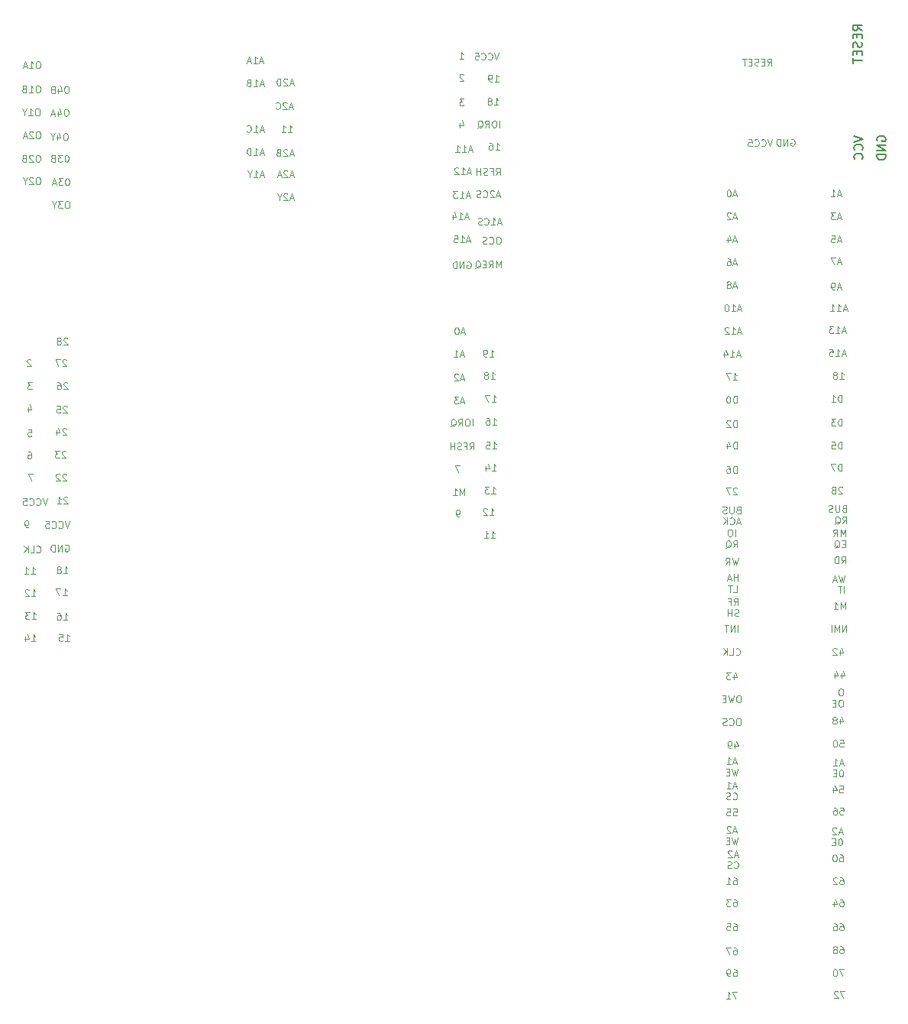
<source format=gbr>
%TF.GenerationSoftware,KiCad,Pcbnew,(5.1.8)-1*%
%TF.CreationDate,2021-01-08T14:24:18-05:00*%
%TF.ProjectId,z80logic,7a38306c-6f67-4696-932e-6b696361645f,1*%
%TF.SameCoordinates,Original*%
%TF.FileFunction,Legend,Bot*%
%TF.FilePolarity,Positive*%
%FSLAX46Y46*%
G04 Gerber Fmt 4.6, Leading zero omitted, Abs format (unit mm)*
G04 Created by KiCad (PCBNEW (5.1.8)-1) date 2021-01-08 14:24:18*
%MOMM*%
%LPD*%
G01*
G04 APERTURE LIST*
%ADD10C,0.101600*%
%ADD11C,0.150000*%
G04 APERTURE END LIST*
D10*
X193248642Y-78068714D02*
X193684071Y-78068714D01*
X193466357Y-78068714D02*
X193466357Y-77306714D01*
X193538928Y-77415571D01*
X193611500Y-77488142D01*
X193684071Y-77524428D01*
X192522928Y-78068714D02*
X192958357Y-78068714D01*
X192740642Y-78068714D02*
X192740642Y-77306714D01*
X192813214Y-77415571D01*
X192885785Y-77488142D01*
X192958357Y-77524428D01*
X193121642Y-75528714D02*
X193557071Y-75528714D01*
X193339357Y-75528714D02*
X193339357Y-74766714D01*
X193411928Y-74875571D01*
X193484500Y-74948142D01*
X193557071Y-74984428D01*
X192831357Y-74839285D02*
X192795071Y-74803000D01*
X192722500Y-74766714D01*
X192541071Y-74766714D01*
X192468500Y-74803000D01*
X192432214Y-74839285D01*
X192395928Y-74911857D01*
X192395928Y-74984428D01*
X192432214Y-75093285D01*
X192867642Y-75528714D01*
X192395928Y-75528714D01*
X193312142Y-73115714D02*
X193747571Y-73115714D01*
X193529857Y-73115714D02*
X193529857Y-72353714D01*
X193602428Y-72462571D01*
X193675000Y-72535142D01*
X193747571Y-72571428D01*
X193058142Y-72353714D02*
X192586428Y-72353714D01*
X192840428Y-72644000D01*
X192731571Y-72644000D01*
X192659000Y-72680285D01*
X192622714Y-72716571D01*
X192586428Y-72789142D01*
X192586428Y-72970571D01*
X192622714Y-73043142D01*
X192659000Y-73079428D01*
X192731571Y-73115714D01*
X192949285Y-73115714D01*
X193021857Y-73079428D01*
X193058142Y-73043142D01*
X193375642Y-70575714D02*
X193811071Y-70575714D01*
X193593357Y-70575714D02*
X193593357Y-69813714D01*
X193665928Y-69922571D01*
X193738500Y-69995142D01*
X193811071Y-70031428D01*
X192722500Y-70067714D02*
X192722500Y-70575714D01*
X192903928Y-69777428D02*
X193085357Y-70321714D01*
X192613642Y-70321714D01*
X189756142Y-75655714D02*
X189611000Y-75655714D01*
X189538428Y-75619428D01*
X189502142Y-75583142D01*
X189429571Y-75474285D01*
X189393285Y-75329142D01*
X189393285Y-75038857D01*
X189429571Y-74966285D01*
X189465857Y-74930000D01*
X189538428Y-74893714D01*
X189683571Y-74893714D01*
X189756142Y-74930000D01*
X189792428Y-74966285D01*
X189828714Y-75038857D01*
X189828714Y-75220285D01*
X189792428Y-75292857D01*
X189756142Y-75329142D01*
X189683571Y-75365428D01*
X189538428Y-75365428D01*
X189465857Y-75329142D01*
X189429571Y-75292857D01*
X189393285Y-75220285D01*
X190354857Y-73306214D02*
X190354857Y-72544214D01*
X190100857Y-73088500D01*
X189846857Y-72544214D01*
X189846857Y-73306214D01*
X189084857Y-73306214D02*
X189520285Y-73306214D01*
X189302571Y-73306214D02*
X189302571Y-72544214D01*
X189375142Y-72653071D01*
X189447714Y-72725642D01*
X189520285Y-72761928D01*
X189801500Y-70004214D02*
X189293500Y-70004214D01*
X189620071Y-70766214D01*
X193439142Y-68162714D02*
X193874571Y-68162714D01*
X193656857Y-68162714D02*
X193656857Y-67400714D01*
X193729428Y-67509571D01*
X193802000Y-67582142D01*
X193874571Y-67618428D01*
X192749714Y-67400714D02*
X193112571Y-67400714D01*
X193148857Y-67763571D01*
X193112571Y-67727285D01*
X193040000Y-67691000D01*
X192858571Y-67691000D01*
X192786000Y-67727285D01*
X192749714Y-67763571D01*
X192713428Y-67836142D01*
X192713428Y-68017571D01*
X192749714Y-68090142D01*
X192786000Y-68126428D01*
X192858571Y-68162714D01*
X193040000Y-68162714D01*
X193112571Y-68126428D01*
X193148857Y-68090142D01*
X193439142Y-65495714D02*
X193874571Y-65495714D01*
X193656857Y-65495714D02*
X193656857Y-64733714D01*
X193729428Y-64842571D01*
X193802000Y-64915142D01*
X193874571Y-64951428D01*
X192786000Y-64733714D02*
X192931142Y-64733714D01*
X193003714Y-64770000D01*
X193040000Y-64806285D01*
X193112571Y-64915142D01*
X193148857Y-65060285D01*
X193148857Y-65350571D01*
X193112571Y-65423142D01*
X193076285Y-65459428D01*
X193003714Y-65495714D01*
X192858571Y-65495714D01*
X192786000Y-65459428D01*
X192749714Y-65423142D01*
X192713428Y-65350571D01*
X192713428Y-65169142D01*
X192749714Y-65096571D01*
X192786000Y-65060285D01*
X192858571Y-65024000D01*
X193003714Y-65024000D01*
X193076285Y-65060285D01*
X193112571Y-65096571D01*
X193148857Y-65169142D01*
X193375642Y-62955714D02*
X193811071Y-62955714D01*
X193593357Y-62955714D02*
X193593357Y-62193714D01*
X193665928Y-62302571D01*
X193738500Y-62375142D01*
X193811071Y-62411428D01*
X193121642Y-62193714D02*
X192613642Y-62193714D01*
X192940214Y-62955714D01*
X193248642Y-60415714D02*
X193684071Y-60415714D01*
X193466357Y-60415714D02*
X193466357Y-59653714D01*
X193538928Y-59762571D01*
X193611500Y-59835142D01*
X193684071Y-59871428D01*
X192813214Y-59980285D02*
X192885785Y-59944000D01*
X192922071Y-59907714D01*
X192958357Y-59835142D01*
X192958357Y-59798857D01*
X192922071Y-59726285D01*
X192885785Y-59690000D01*
X192813214Y-59653714D01*
X192668071Y-59653714D01*
X192595500Y-59690000D01*
X192559214Y-59726285D01*
X192522928Y-59798857D01*
X192522928Y-59835142D01*
X192559214Y-59907714D01*
X192595500Y-59944000D01*
X192668071Y-59980285D01*
X192813214Y-59980285D01*
X192885785Y-60016571D01*
X192922071Y-60052857D01*
X192958357Y-60125428D01*
X192958357Y-60270571D01*
X192922071Y-60343142D01*
X192885785Y-60379428D01*
X192813214Y-60415714D01*
X192668071Y-60415714D01*
X192595500Y-60379428D01*
X192559214Y-60343142D01*
X192522928Y-60270571D01*
X192522928Y-60125428D01*
X192559214Y-60052857D01*
X192595500Y-60016571D01*
X192668071Y-59980285D01*
X193121642Y-57939214D02*
X193557071Y-57939214D01*
X193339357Y-57939214D02*
X193339357Y-57177214D01*
X193411928Y-57286071D01*
X193484500Y-57358642D01*
X193557071Y-57394928D01*
X192758785Y-57939214D02*
X192613642Y-57939214D01*
X192541071Y-57902928D01*
X192504785Y-57866642D01*
X192432214Y-57757785D01*
X192395928Y-57612642D01*
X192395928Y-57322357D01*
X192432214Y-57249785D01*
X192468500Y-57213500D01*
X192541071Y-57177214D01*
X192686214Y-57177214D01*
X192758785Y-57213500D01*
X192795071Y-57249785D01*
X192831357Y-57322357D01*
X192831357Y-57503785D01*
X192795071Y-57576357D01*
X192758785Y-57612642D01*
X192686214Y-57648928D01*
X192541071Y-57648928D01*
X192468500Y-57612642D01*
X192432214Y-57576357D01*
X192395928Y-57503785D01*
X190908214Y-68226214D02*
X191162214Y-67863357D01*
X191343642Y-68226214D02*
X191343642Y-67464214D01*
X191053357Y-67464214D01*
X190980785Y-67500500D01*
X190944500Y-67536785D01*
X190908214Y-67609357D01*
X190908214Y-67718214D01*
X190944500Y-67790785D01*
X190980785Y-67827071D01*
X191053357Y-67863357D01*
X191343642Y-67863357D01*
X190327642Y-67827071D02*
X190581642Y-67827071D01*
X190581642Y-68226214D02*
X190581642Y-67464214D01*
X190218785Y-67464214D01*
X189964785Y-68189928D02*
X189855928Y-68226214D01*
X189674500Y-68226214D01*
X189601928Y-68189928D01*
X189565642Y-68153642D01*
X189529357Y-68081071D01*
X189529357Y-68008500D01*
X189565642Y-67935928D01*
X189601928Y-67899642D01*
X189674500Y-67863357D01*
X189819642Y-67827071D01*
X189892214Y-67790785D01*
X189928500Y-67754500D01*
X189964785Y-67681928D01*
X189964785Y-67609357D01*
X189928500Y-67536785D01*
X189892214Y-67500500D01*
X189819642Y-67464214D01*
X189638214Y-67464214D01*
X189529357Y-67500500D01*
X189202785Y-68226214D02*
X189202785Y-67464214D01*
X189202785Y-67827071D02*
X188767357Y-67827071D01*
X188767357Y-68226214D02*
X188767357Y-67464214D01*
X191234785Y-65622714D02*
X191234785Y-64860714D01*
X190726785Y-64860714D02*
X190581642Y-64860714D01*
X190509071Y-64897000D01*
X190436500Y-64969571D01*
X190400214Y-65114714D01*
X190400214Y-65368714D01*
X190436500Y-65513857D01*
X190509071Y-65586428D01*
X190581642Y-65622714D01*
X190726785Y-65622714D01*
X190799357Y-65586428D01*
X190871928Y-65513857D01*
X190908214Y-65368714D01*
X190908214Y-65114714D01*
X190871928Y-64969571D01*
X190799357Y-64897000D01*
X190726785Y-64860714D01*
X189638214Y-65622714D02*
X189892214Y-65259857D01*
X190073642Y-65622714D02*
X190073642Y-64860714D01*
X189783357Y-64860714D01*
X189710785Y-64897000D01*
X189674500Y-64933285D01*
X189638214Y-65005857D01*
X189638214Y-65114714D01*
X189674500Y-65187285D01*
X189710785Y-65223571D01*
X189783357Y-65259857D01*
X190073642Y-65259857D01*
X188803642Y-65695285D02*
X188876214Y-65659000D01*
X188948785Y-65586428D01*
X189057642Y-65477571D01*
X189130214Y-65441285D01*
X189202785Y-65441285D01*
X189166500Y-65622714D02*
X189239071Y-65586428D01*
X189311642Y-65513857D01*
X189347928Y-65368714D01*
X189347928Y-65114714D01*
X189311642Y-64969571D01*
X189239071Y-64897000D01*
X189166500Y-64860714D01*
X189021357Y-64860714D01*
X188948785Y-64897000D01*
X188876214Y-64969571D01*
X188839928Y-65114714D01*
X188839928Y-65368714D01*
X188876214Y-65513857D01*
X188948785Y-65586428D01*
X189021357Y-65622714D01*
X189166500Y-65622714D01*
X190282285Y-62928500D02*
X189919428Y-62928500D01*
X190354857Y-63146214D02*
X190100857Y-62384214D01*
X189846857Y-63146214D01*
X189665428Y-62384214D02*
X189193714Y-62384214D01*
X189447714Y-62674500D01*
X189338857Y-62674500D01*
X189266285Y-62710785D01*
X189230000Y-62747071D01*
X189193714Y-62819642D01*
X189193714Y-63001071D01*
X189230000Y-63073642D01*
X189266285Y-63109928D01*
X189338857Y-63146214D01*
X189556571Y-63146214D01*
X189629142Y-63109928D01*
X189665428Y-63073642D01*
X190282285Y-60388500D02*
X189919428Y-60388500D01*
X190354857Y-60606214D02*
X190100857Y-59844214D01*
X189846857Y-60606214D01*
X189629142Y-59916785D02*
X189592857Y-59880500D01*
X189520285Y-59844214D01*
X189338857Y-59844214D01*
X189266285Y-59880500D01*
X189230000Y-59916785D01*
X189193714Y-59989357D01*
X189193714Y-60061928D01*
X189230000Y-60170785D01*
X189665428Y-60606214D01*
X189193714Y-60606214D01*
X190218785Y-57721500D02*
X189855928Y-57721500D01*
X190291357Y-57939214D02*
X190037357Y-57177214D01*
X189783357Y-57939214D01*
X189130214Y-57939214D02*
X189565642Y-57939214D01*
X189347928Y-57939214D02*
X189347928Y-57177214D01*
X189420500Y-57286071D01*
X189493071Y-57358642D01*
X189565642Y-57394928D01*
X190345785Y-55245000D02*
X189982928Y-55245000D01*
X190418357Y-55462714D02*
X190164357Y-54700714D01*
X189910357Y-55462714D01*
X189511214Y-54700714D02*
X189438642Y-54700714D01*
X189366071Y-54737000D01*
X189329785Y-54773285D01*
X189293500Y-54845857D01*
X189257214Y-54991000D01*
X189257214Y-55172428D01*
X189293500Y-55317571D01*
X189329785Y-55390142D01*
X189366071Y-55426428D01*
X189438642Y-55462714D01*
X189511214Y-55462714D01*
X189583785Y-55426428D01*
X189620071Y-55390142D01*
X189656357Y-55317571D01*
X189692642Y-55172428D01*
X189692642Y-54991000D01*
X189656357Y-54845857D01*
X189620071Y-54773285D01*
X189583785Y-54737000D01*
X189511214Y-54700714D01*
X226513571Y-33845500D02*
X226586142Y-33809214D01*
X226695000Y-33809214D01*
X226803857Y-33845500D01*
X226876428Y-33918071D01*
X226912714Y-33990642D01*
X226949000Y-34135785D01*
X226949000Y-34244642D01*
X226912714Y-34389785D01*
X226876428Y-34462357D01*
X226803857Y-34534928D01*
X226695000Y-34571214D01*
X226622428Y-34571214D01*
X226513571Y-34534928D01*
X226477285Y-34498642D01*
X226477285Y-34244642D01*
X226622428Y-34244642D01*
X226150714Y-34571214D02*
X226150714Y-33809214D01*
X225715285Y-34571214D01*
X225715285Y-33809214D01*
X225352428Y-34571214D02*
X225352428Y-33809214D01*
X225171000Y-33809214D01*
X225062142Y-33845500D01*
X224989571Y-33918071D01*
X224953285Y-33990642D01*
X224917000Y-34135785D01*
X224917000Y-34244642D01*
X224953285Y-34389785D01*
X224989571Y-34462357D01*
X225062142Y-34534928D01*
X225171000Y-34571214D01*
X225352428Y-34571214D01*
X223928214Y-25681214D02*
X224182214Y-25318357D01*
X224363642Y-25681214D02*
X224363642Y-24919214D01*
X224073357Y-24919214D01*
X224000785Y-24955500D01*
X223964500Y-24991785D01*
X223928214Y-25064357D01*
X223928214Y-25173214D01*
X223964500Y-25245785D01*
X224000785Y-25282071D01*
X224073357Y-25318357D01*
X224363642Y-25318357D01*
X223601642Y-25282071D02*
X223347642Y-25282071D01*
X223238785Y-25681214D02*
X223601642Y-25681214D01*
X223601642Y-24919214D01*
X223238785Y-24919214D01*
X222948500Y-25644928D02*
X222839642Y-25681214D01*
X222658214Y-25681214D01*
X222585642Y-25644928D01*
X222549357Y-25608642D01*
X222513071Y-25536071D01*
X222513071Y-25463500D01*
X222549357Y-25390928D01*
X222585642Y-25354642D01*
X222658214Y-25318357D01*
X222803357Y-25282071D01*
X222875928Y-25245785D01*
X222912214Y-25209500D01*
X222948500Y-25136928D01*
X222948500Y-25064357D01*
X222912214Y-24991785D01*
X222875928Y-24955500D01*
X222803357Y-24919214D01*
X222621928Y-24919214D01*
X222513071Y-24955500D01*
X222186500Y-25282071D02*
X221932500Y-25282071D01*
X221823642Y-25681214D02*
X222186500Y-25681214D01*
X222186500Y-24919214D01*
X221823642Y-24919214D01*
X221605928Y-24919214D02*
X221170500Y-24919214D01*
X221388214Y-25681214D02*
X221388214Y-24919214D01*
X224454357Y-33872714D02*
X224200357Y-34634714D01*
X223946357Y-33872714D01*
X223256928Y-34562142D02*
X223293214Y-34598428D01*
X223402071Y-34634714D01*
X223474642Y-34634714D01*
X223583500Y-34598428D01*
X223656071Y-34525857D01*
X223692357Y-34453285D01*
X223728642Y-34308142D01*
X223728642Y-34199285D01*
X223692357Y-34054142D01*
X223656071Y-33981571D01*
X223583500Y-33909000D01*
X223474642Y-33872714D01*
X223402071Y-33872714D01*
X223293214Y-33909000D01*
X223256928Y-33945285D01*
X222494928Y-34562142D02*
X222531214Y-34598428D01*
X222640071Y-34634714D01*
X222712642Y-34634714D01*
X222821500Y-34598428D01*
X222894071Y-34525857D01*
X222930357Y-34453285D01*
X222966642Y-34308142D01*
X222966642Y-34199285D01*
X222930357Y-34054142D01*
X222894071Y-33981571D01*
X222821500Y-33909000D01*
X222712642Y-33872714D01*
X222640071Y-33872714D01*
X222531214Y-33909000D01*
X222494928Y-33945285D01*
X221805500Y-33872714D02*
X222168357Y-33872714D01*
X222204642Y-34235571D01*
X222168357Y-34199285D01*
X222095785Y-34163000D01*
X221914357Y-34163000D01*
X221841785Y-34199285D01*
X221805500Y-34235571D01*
X221769214Y-34308142D01*
X221769214Y-34489571D01*
X221805500Y-34562142D01*
X221841785Y-34598428D01*
X221914357Y-34634714D01*
X222095785Y-34634714D01*
X222168357Y-34598428D01*
X222204642Y-34562142D01*
X146068142Y-89435214D02*
X146503571Y-89435214D01*
X146285857Y-89435214D02*
X146285857Y-88673214D01*
X146358428Y-88782071D01*
X146431000Y-88854642D01*
X146503571Y-88890928D01*
X145378714Y-88673214D02*
X145741571Y-88673214D01*
X145777857Y-89036071D01*
X145741571Y-88999785D01*
X145669000Y-88963500D01*
X145487571Y-88963500D01*
X145415000Y-88999785D01*
X145378714Y-89036071D01*
X145342428Y-89108642D01*
X145342428Y-89290071D01*
X145378714Y-89362642D01*
X145415000Y-89398928D01*
X145487571Y-89435214D01*
X145669000Y-89435214D01*
X145741571Y-89398928D01*
X145777857Y-89362642D01*
X142321642Y-89498714D02*
X142757071Y-89498714D01*
X142539357Y-89498714D02*
X142539357Y-88736714D01*
X142611928Y-88845571D01*
X142684500Y-88918142D01*
X142757071Y-88954428D01*
X141668500Y-88990714D02*
X141668500Y-89498714D01*
X141849928Y-88700428D02*
X142031357Y-89244714D01*
X141559642Y-89244714D01*
X145877642Y-87085714D02*
X146313071Y-87085714D01*
X146095357Y-87085714D02*
X146095357Y-86323714D01*
X146167928Y-86432571D01*
X146240500Y-86505142D01*
X146313071Y-86541428D01*
X145224500Y-86323714D02*
X145369642Y-86323714D01*
X145442214Y-86360000D01*
X145478500Y-86396285D01*
X145551071Y-86505142D01*
X145587357Y-86650285D01*
X145587357Y-86940571D01*
X145551071Y-87013142D01*
X145514785Y-87049428D01*
X145442214Y-87085714D01*
X145297071Y-87085714D01*
X145224500Y-87049428D01*
X145188214Y-87013142D01*
X145151928Y-86940571D01*
X145151928Y-86759142D01*
X145188214Y-86686571D01*
X145224500Y-86650285D01*
X145297071Y-86614000D01*
X145442214Y-86614000D01*
X145514785Y-86650285D01*
X145551071Y-86686571D01*
X145587357Y-86759142D01*
X142385142Y-87022214D02*
X142820571Y-87022214D01*
X142602857Y-87022214D02*
X142602857Y-86260214D01*
X142675428Y-86369071D01*
X142748000Y-86441642D01*
X142820571Y-86477928D01*
X142131142Y-86260214D02*
X141659428Y-86260214D01*
X141913428Y-86550500D01*
X141804571Y-86550500D01*
X141732000Y-86586785D01*
X141695714Y-86623071D01*
X141659428Y-86695642D01*
X141659428Y-86877071D01*
X141695714Y-86949642D01*
X141732000Y-86985928D01*
X141804571Y-87022214D01*
X142022285Y-87022214D01*
X142094857Y-86985928D01*
X142131142Y-86949642D01*
X145814142Y-84418714D02*
X146249571Y-84418714D01*
X146031857Y-84418714D02*
X146031857Y-83656714D01*
X146104428Y-83765571D01*
X146177000Y-83838142D01*
X146249571Y-83874428D01*
X145560142Y-83656714D02*
X145052142Y-83656714D01*
X145378714Y-84418714D01*
X142321642Y-84482214D02*
X142757071Y-84482214D01*
X142539357Y-84482214D02*
X142539357Y-83720214D01*
X142611928Y-83829071D01*
X142684500Y-83901642D01*
X142757071Y-83937928D01*
X142031357Y-83792785D02*
X141995071Y-83756500D01*
X141922500Y-83720214D01*
X141741071Y-83720214D01*
X141668500Y-83756500D01*
X141632214Y-83792785D01*
X141595928Y-83865357D01*
X141595928Y-83937928D01*
X141632214Y-84046785D01*
X142067642Y-84482214D01*
X141595928Y-84482214D01*
X145877642Y-81942214D02*
X146313071Y-81942214D01*
X146095357Y-81942214D02*
X146095357Y-81180214D01*
X146167928Y-81289071D01*
X146240500Y-81361642D01*
X146313071Y-81397928D01*
X145442214Y-81506785D02*
X145514785Y-81470500D01*
X145551071Y-81434214D01*
X145587357Y-81361642D01*
X145587357Y-81325357D01*
X145551071Y-81252785D01*
X145514785Y-81216500D01*
X145442214Y-81180214D01*
X145297071Y-81180214D01*
X145224500Y-81216500D01*
X145188214Y-81252785D01*
X145151928Y-81325357D01*
X145151928Y-81361642D01*
X145188214Y-81434214D01*
X145224500Y-81470500D01*
X145297071Y-81506785D01*
X145442214Y-81506785D01*
X145514785Y-81543071D01*
X145551071Y-81579357D01*
X145587357Y-81651928D01*
X145587357Y-81797071D01*
X145551071Y-81869642D01*
X145514785Y-81905928D01*
X145442214Y-81942214D01*
X145297071Y-81942214D01*
X145224500Y-81905928D01*
X145188214Y-81869642D01*
X145151928Y-81797071D01*
X145151928Y-81651928D01*
X145188214Y-81579357D01*
X145224500Y-81543071D01*
X145297071Y-81506785D01*
X142258142Y-82005714D02*
X142693571Y-82005714D01*
X142475857Y-82005714D02*
X142475857Y-81243714D01*
X142548428Y-81352571D01*
X142621000Y-81425142D01*
X142693571Y-81461428D01*
X141532428Y-82005714D02*
X141967857Y-82005714D01*
X141750142Y-82005714D02*
X141750142Y-81243714D01*
X141822714Y-81352571D01*
X141895285Y-81425142D01*
X141967857Y-81461428D01*
X146059071Y-78803500D02*
X146131642Y-78767214D01*
X146240500Y-78767214D01*
X146349357Y-78803500D01*
X146421928Y-78876071D01*
X146458214Y-78948642D01*
X146494500Y-79093785D01*
X146494500Y-79202642D01*
X146458214Y-79347785D01*
X146421928Y-79420357D01*
X146349357Y-79492928D01*
X146240500Y-79529214D01*
X146167928Y-79529214D01*
X146059071Y-79492928D01*
X146022785Y-79456642D01*
X146022785Y-79202642D01*
X146167928Y-79202642D01*
X145696214Y-79529214D02*
X145696214Y-78767214D01*
X145260785Y-79529214D01*
X145260785Y-78767214D01*
X144897928Y-79529214D02*
X144897928Y-78767214D01*
X144716500Y-78767214D01*
X144607642Y-78803500D01*
X144535071Y-78876071D01*
X144498785Y-78948642D01*
X144462500Y-79093785D01*
X144462500Y-79202642D01*
X144498785Y-79347785D01*
X144535071Y-79420357D01*
X144607642Y-79492928D01*
X144716500Y-79529214D01*
X144897928Y-79529214D01*
X142884071Y-79583642D02*
X142920357Y-79619928D01*
X143029214Y-79656214D01*
X143101785Y-79656214D01*
X143210642Y-79619928D01*
X143283214Y-79547357D01*
X143319500Y-79474785D01*
X143355785Y-79329642D01*
X143355785Y-79220785D01*
X143319500Y-79075642D01*
X143283214Y-79003071D01*
X143210642Y-78930500D01*
X143101785Y-78894214D01*
X143029214Y-78894214D01*
X142920357Y-78930500D01*
X142884071Y-78966785D01*
X142194642Y-79656214D02*
X142557500Y-79656214D01*
X142557500Y-78894214D01*
X141940642Y-79656214D02*
X141940642Y-78894214D01*
X141505214Y-79656214D02*
X141831785Y-79220785D01*
X141505214Y-78894214D02*
X141940642Y-79329642D01*
X146539857Y-76163714D02*
X146285857Y-76925714D01*
X146031857Y-76163714D01*
X145342428Y-76853142D02*
X145378714Y-76889428D01*
X145487571Y-76925714D01*
X145560142Y-76925714D01*
X145669000Y-76889428D01*
X145741571Y-76816857D01*
X145777857Y-76744285D01*
X145814142Y-76599142D01*
X145814142Y-76490285D01*
X145777857Y-76345142D01*
X145741571Y-76272571D01*
X145669000Y-76200000D01*
X145560142Y-76163714D01*
X145487571Y-76163714D01*
X145378714Y-76200000D01*
X145342428Y-76236285D01*
X144580428Y-76853142D02*
X144616714Y-76889428D01*
X144725571Y-76925714D01*
X144798142Y-76925714D01*
X144907000Y-76889428D01*
X144979571Y-76816857D01*
X145015857Y-76744285D01*
X145052142Y-76599142D01*
X145052142Y-76490285D01*
X145015857Y-76345142D01*
X144979571Y-76272571D01*
X144907000Y-76200000D01*
X144798142Y-76163714D01*
X144725571Y-76163714D01*
X144616714Y-76200000D01*
X144580428Y-76236285D01*
X143891000Y-76163714D02*
X144253857Y-76163714D01*
X144290142Y-76526571D01*
X144253857Y-76490285D01*
X144181285Y-76454000D01*
X143999857Y-76454000D01*
X143927285Y-76490285D01*
X143891000Y-76526571D01*
X143854714Y-76599142D01*
X143854714Y-76780571D01*
X143891000Y-76853142D01*
X143927285Y-76889428D01*
X143999857Y-76925714D01*
X144181285Y-76925714D01*
X144253857Y-76889428D01*
X144290142Y-76853142D01*
X141940642Y-76862214D02*
X141795500Y-76862214D01*
X141722928Y-76825928D01*
X141686642Y-76789642D01*
X141614071Y-76680785D01*
X141577785Y-76535642D01*
X141577785Y-76245357D01*
X141614071Y-76172785D01*
X141650357Y-76136500D01*
X141722928Y-76100214D01*
X141868071Y-76100214D01*
X141940642Y-76136500D01*
X141976928Y-76172785D01*
X142013214Y-76245357D01*
X142013214Y-76426785D01*
X141976928Y-76499357D01*
X141940642Y-76535642D01*
X141868071Y-76571928D01*
X141722928Y-76571928D01*
X141650357Y-76535642D01*
X141614071Y-76499357D01*
X141577785Y-76426785D01*
X146313071Y-73569285D02*
X146276785Y-73533000D01*
X146204214Y-73496714D01*
X146022785Y-73496714D01*
X145950214Y-73533000D01*
X145913928Y-73569285D01*
X145877642Y-73641857D01*
X145877642Y-73714428D01*
X145913928Y-73823285D01*
X146349357Y-74258714D01*
X145877642Y-74258714D01*
X145151928Y-74258714D02*
X145587357Y-74258714D01*
X145369642Y-74258714D02*
X145369642Y-73496714D01*
X145442214Y-73605571D01*
X145514785Y-73678142D01*
X145587357Y-73714428D01*
X144063357Y-73623714D02*
X143809357Y-74385714D01*
X143555357Y-73623714D01*
X142865928Y-74313142D02*
X142902214Y-74349428D01*
X143011071Y-74385714D01*
X143083642Y-74385714D01*
X143192500Y-74349428D01*
X143265071Y-74276857D01*
X143301357Y-74204285D01*
X143337642Y-74059142D01*
X143337642Y-73950285D01*
X143301357Y-73805142D01*
X143265071Y-73732571D01*
X143192500Y-73660000D01*
X143083642Y-73623714D01*
X143011071Y-73623714D01*
X142902214Y-73660000D01*
X142865928Y-73696285D01*
X142103928Y-74313142D02*
X142140214Y-74349428D01*
X142249071Y-74385714D01*
X142321642Y-74385714D01*
X142430500Y-74349428D01*
X142503071Y-74276857D01*
X142539357Y-74204285D01*
X142575642Y-74059142D01*
X142575642Y-73950285D01*
X142539357Y-73805142D01*
X142503071Y-73732571D01*
X142430500Y-73660000D01*
X142321642Y-73623714D01*
X142249071Y-73623714D01*
X142140214Y-73660000D01*
X142103928Y-73696285D01*
X141414500Y-73623714D02*
X141777357Y-73623714D01*
X141813642Y-73986571D01*
X141777357Y-73950285D01*
X141704785Y-73914000D01*
X141523357Y-73914000D01*
X141450785Y-73950285D01*
X141414500Y-73986571D01*
X141378214Y-74059142D01*
X141378214Y-74240571D01*
X141414500Y-74313142D01*
X141450785Y-74349428D01*
X141523357Y-74385714D01*
X141704785Y-74385714D01*
X141777357Y-74349428D01*
X141813642Y-74313142D01*
X146186071Y-71029285D02*
X146149785Y-70993000D01*
X146077214Y-70956714D01*
X145895785Y-70956714D01*
X145823214Y-70993000D01*
X145786928Y-71029285D01*
X145750642Y-71101857D01*
X145750642Y-71174428D01*
X145786928Y-71283285D01*
X146222357Y-71718714D01*
X145750642Y-71718714D01*
X145460357Y-71029285D02*
X145424071Y-70993000D01*
X145351500Y-70956714D01*
X145170071Y-70956714D01*
X145097500Y-70993000D01*
X145061214Y-71029285D01*
X145024928Y-71101857D01*
X145024928Y-71174428D01*
X145061214Y-71283285D01*
X145496642Y-71718714D01*
X145024928Y-71718714D01*
X142494000Y-70893214D02*
X141986000Y-70893214D01*
X142312571Y-71655214D01*
X146122571Y-68489285D02*
X146086285Y-68453000D01*
X146013714Y-68416714D01*
X145832285Y-68416714D01*
X145759714Y-68453000D01*
X145723428Y-68489285D01*
X145687142Y-68561857D01*
X145687142Y-68634428D01*
X145723428Y-68743285D01*
X146158857Y-69178714D01*
X145687142Y-69178714D01*
X145433142Y-68416714D02*
X144961428Y-68416714D01*
X145215428Y-68707000D01*
X145106571Y-68707000D01*
X145034000Y-68743285D01*
X144997714Y-68779571D01*
X144961428Y-68852142D01*
X144961428Y-69033571D01*
X144997714Y-69106142D01*
X145034000Y-69142428D01*
X145106571Y-69178714D01*
X145324285Y-69178714D01*
X145396857Y-69142428D01*
X145433142Y-69106142D01*
X141967857Y-68480214D02*
X142113000Y-68480214D01*
X142185571Y-68516500D01*
X142221857Y-68552785D01*
X142294428Y-68661642D01*
X142330714Y-68806785D01*
X142330714Y-69097071D01*
X142294428Y-69169642D01*
X142258142Y-69205928D01*
X142185571Y-69242214D01*
X142040428Y-69242214D01*
X141967857Y-69205928D01*
X141931571Y-69169642D01*
X141895285Y-69097071D01*
X141895285Y-68915642D01*
X141931571Y-68843071D01*
X141967857Y-68806785D01*
X142040428Y-68770500D01*
X142185571Y-68770500D01*
X142258142Y-68806785D01*
X142294428Y-68843071D01*
X142330714Y-68915642D01*
X146186071Y-65949285D02*
X146149785Y-65913000D01*
X146077214Y-65876714D01*
X145895785Y-65876714D01*
X145823214Y-65913000D01*
X145786928Y-65949285D01*
X145750642Y-66021857D01*
X145750642Y-66094428D01*
X145786928Y-66203285D01*
X146222357Y-66638714D01*
X145750642Y-66638714D01*
X145097500Y-66130714D02*
X145097500Y-66638714D01*
X145278928Y-65840428D02*
X145460357Y-66384714D01*
X144988642Y-66384714D01*
X141931571Y-66003714D02*
X142294428Y-66003714D01*
X142330714Y-66366571D01*
X142294428Y-66330285D01*
X142221857Y-66294000D01*
X142040428Y-66294000D01*
X141967857Y-66330285D01*
X141931571Y-66366571D01*
X141895285Y-66439142D01*
X141895285Y-66620571D01*
X141931571Y-66693142D01*
X141967857Y-66729428D01*
X142040428Y-66765714D01*
X142221857Y-66765714D01*
X142294428Y-66729428D01*
X142330714Y-66693142D01*
X146249571Y-63472785D02*
X146213285Y-63436500D01*
X146140714Y-63400214D01*
X145959285Y-63400214D01*
X145886714Y-63436500D01*
X145850428Y-63472785D01*
X145814142Y-63545357D01*
X145814142Y-63617928D01*
X145850428Y-63726785D01*
X146285857Y-64162214D01*
X145814142Y-64162214D01*
X145124714Y-63400214D02*
X145487571Y-63400214D01*
X145523857Y-63763071D01*
X145487571Y-63726785D01*
X145415000Y-63690500D01*
X145233571Y-63690500D01*
X145161000Y-63726785D01*
X145124714Y-63763071D01*
X145088428Y-63835642D01*
X145088428Y-64017071D01*
X145124714Y-64089642D01*
X145161000Y-64125928D01*
X145233571Y-64162214D01*
X145415000Y-64162214D01*
X145487571Y-64125928D01*
X145523857Y-64089642D01*
X141967857Y-63527214D02*
X141967857Y-64035214D01*
X142149285Y-63236928D02*
X142330714Y-63781214D01*
X141859000Y-63781214D01*
X146313071Y-60869285D02*
X146276785Y-60833000D01*
X146204214Y-60796714D01*
X146022785Y-60796714D01*
X145950214Y-60833000D01*
X145913928Y-60869285D01*
X145877642Y-60941857D01*
X145877642Y-61014428D01*
X145913928Y-61123285D01*
X146349357Y-61558714D01*
X145877642Y-61558714D01*
X145224500Y-60796714D02*
X145369642Y-60796714D01*
X145442214Y-60833000D01*
X145478500Y-60869285D01*
X145551071Y-60978142D01*
X145587357Y-61123285D01*
X145587357Y-61413571D01*
X145551071Y-61486142D01*
X145514785Y-61522428D01*
X145442214Y-61558714D01*
X145297071Y-61558714D01*
X145224500Y-61522428D01*
X145188214Y-61486142D01*
X145151928Y-61413571D01*
X145151928Y-61232142D01*
X145188214Y-61159571D01*
X145224500Y-61123285D01*
X145297071Y-61087000D01*
X145442214Y-61087000D01*
X145514785Y-61123285D01*
X145551071Y-61159571D01*
X145587357Y-61232142D01*
X142367000Y-60796714D02*
X141895285Y-60796714D01*
X142149285Y-61087000D01*
X142040428Y-61087000D01*
X141967857Y-61123285D01*
X141931571Y-61159571D01*
X141895285Y-61232142D01*
X141895285Y-61413571D01*
X141931571Y-61486142D01*
X141967857Y-61522428D01*
X142040428Y-61558714D01*
X142258142Y-61558714D01*
X142330714Y-61522428D01*
X142367000Y-61486142D01*
X142267214Y-58329285D02*
X142230928Y-58293000D01*
X142158357Y-58256714D01*
X141976928Y-58256714D01*
X141904357Y-58293000D01*
X141868071Y-58329285D01*
X141831785Y-58401857D01*
X141831785Y-58474428D01*
X141868071Y-58583285D01*
X142303500Y-59018714D01*
X141831785Y-59018714D01*
X146186071Y-58329285D02*
X146149785Y-58293000D01*
X146077214Y-58256714D01*
X145895785Y-58256714D01*
X145823214Y-58293000D01*
X145786928Y-58329285D01*
X145750642Y-58401857D01*
X145750642Y-58474428D01*
X145786928Y-58583285D01*
X146222357Y-59018714D01*
X145750642Y-59018714D01*
X145496642Y-58256714D02*
X144988642Y-58256714D01*
X145315214Y-59018714D01*
X146313071Y-55916285D02*
X146276785Y-55880000D01*
X146204214Y-55843714D01*
X146022785Y-55843714D01*
X145950214Y-55880000D01*
X145913928Y-55916285D01*
X145877642Y-55988857D01*
X145877642Y-56061428D01*
X145913928Y-56170285D01*
X146349357Y-56605714D01*
X145877642Y-56605714D01*
X145442214Y-56170285D02*
X145514785Y-56134000D01*
X145551071Y-56097714D01*
X145587357Y-56025142D01*
X145587357Y-55988857D01*
X145551071Y-55916285D01*
X145514785Y-55880000D01*
X145442214Y-55843714D01*
X145297071Y-55843714D01*
X145224500Y-55880000D01*
X145188214Y-55916285D01*
X145151928Y-55988857D01*
X145151928Y-56025142D01*
X145188214Y-56097714D01*
X145224500Y-56134000D01*
X145297071Y-56170285D01*
X145442214Y-56170285D01*
X145514785Y-56206571D01*
X145551071Y-56242857D01*
X145587357Y-56315428D01*
X145587357Y-56460571D01*
X145551071Y-56533142D01*
X145514785Y-56569428D01*
X145442214Y-56605714D01*
X145297071Y-56605714D01*
X145224500Y-56569428D01*
X145188214Y-56533142D01*
X145151928Y-56460571D01*
X145151928Y-56315428D01*
X145188214Y-56242857D01*
X145224500Y-56206571D01*
X145297071Y-56170285D01*
X146367500Y-40730714D02*
X146222357Y-40730714D01*
X146149785Y-40767000D01*
X146077214Y-40839571D01*
X146040928Y-40984714D01*
X146040928Y-41238714D01*
X146077214Y-41383857D01*
X146149785Y-41456428D01*
X146222357Y-41492714D01*
X146367500Y-41492714D01*
X146440071Y-41456428D01*
X146512642Y-41383857D01*
X146548928Y-41238714D01*
X146548928Y-40984714D01*
X146512642Y-40839571D01*
X146440071Y-40767000D01*
X146367500Y-40730714D01*
X145786928Y-40730714D02*
X145315214Y-40730714D01*
X145569214Y-41021000D01*
X145460357Y-41021000D01*
X145387785Y-41057285D01*
X145351500Y-41093571D01*
X145315214Y-41166142D01*
X145315214Y-41347571D01*
X145351500Y-41420142D01*
X145387785Y-41456428D01*
X145460357Y-41492714D01*
X145678071Y-41492714D01*
X145750642Y-41456428D01*
X145786928Y-41420142D01*
X144843500Y-41129857D02*
X144843500Y-41492714D01*
X145097500Y-40730714D02*
X144843500Y-41129857D01*
X144589500Y-40730714D01*
X146331214Y-38190714D02*
X146258642Y-38190714D01*
X146186071Y-38227000D01*
X146149785Y-38263285D01*
X146113500Y-38335857D01*
X146077214Y-38481000D01*
X146077214Y-38662428D01*
X146113500Y-38807571D01*
X146149785Y-38880142D01*
X146186071Y-38916428D01*
X146258642Y-38952714D01*
X146331214Y-38952714D01*
X146403785Y-38916428D01*
X146440071Y-38880142D01*
X146476357Y-38807571D01*
X146512642Y-38662428D01*
X146512642Y-38481000D01*
X146476357Y-38335857D01*
X146440071Y-38263285D01*
X146403785Y-38227000D01*
X146331214Y-38190714D01*
X145823214Y-38190714D02*
X145351500Y-38190714D01*
X145605500Y-38481000D01*
X145496642Y-38481000D01*
X145424071Y-38517285D01*
X145387785Y-38553571D01*
X145351500Y-38626142D01*
X145351500Y-38807571D01*
X145387785Y-38880142D01*
X145424071Y-38916428D01*
X145496642Y-38952714D01*
X145714357Y-38952714D01*
X145786928Y-38916428D01*
X145823214Y-38880142D01*
X145061214Y-38735000D02*
X144698357Y-38735000D01*
X145133785Y-38952714D02*
X144879785Y-38190714D01*
X144625785Y-38952714D01*
X146258642Y-35587214D02*
X146186071Y-35587214D01*
X146113500Y-35623500D01*
X146077214Y-35659785D01*
X146040928Y-35732357D01*
X146004642Y-35877500D01*
X146004642Y-36058928D01*
X146040928Y-36204071D01*
X146077214Y-36276642D01*
X146113500Y-36312928D01*
X146186071Y-36349214D01*
X146258642Y-36349214D01*
X146331214Y-36312928D01*
X146367500Y-36276642D01*
X146403785Y-36204071D01*
X146440071Y-36058928D01*
X146440071Y-35877500D01*
X146403785Y-35732357D01*
X146367500Y-35659785D01*
X146331214Y-35623500D01*
X146258642Y-35587214D01*
X145750642Y-35587214D02*
X145278928Y-35587214D01*
X145532928Y-35877500D01*
X145424071Y-35877500D01*
X145351500Y-35913785D01*
X145315214Y-35950071D01*
X145278928Y-36022642D01*
X145278928Y-36204071D01*
X145315214Y-36276642D01*
X145351500Y-36312928D01*
X145424071Y-36349214D01*
X145641785Y-36349214D01*
X145714357Y-36312928D01*
X145750642Y-36276642D01*
X144698357Y-35950071D02*
X144589500Y-35986357D01*
X144553214Y-36022642D01*
X144516928Y-36095214D01*
X144516928Y-36204071D01*
X144553214Y-36276642D01*
X144589500Y-36312928D01*
X144662071Y-36349214D01*
X144952357Y-36349214D01*
X144952357Y-35587214D01*
X144698357Y-35587214D01*
X144625785Y-35623500D01*
X144589500Y-35659785D01*
X144553214Y-35732357D01*
X144553214Y-35804928D01*
X144589500Y-35877500D01*
X144625785Y-35913785D01*
X144698357Y-35950071D01*
X144952357Y-35950071D01*
X146177000Y-33174214D02*
X146031857Y-33174214D01*
X145959285Y-33210500D01*
X145886714Y-33283071D01*
X145850428Y-33428214D01*
X145850428Y-33682214D01*
X145886714Y-33827357D01*
X145959285Y-33899928D01*
X146031857Y-33936214D01*
X146177000Y-33936214D01*
X146249571Y-33899928D01*
X146322142Y-33827357D01*
X146358428Y-33682214D01*
X146358428Y-33428214D01*
X146322142Y-33283071D01*
X146249571Y-33210500D01*
X146177000Y-33174214D01*
X145197285Y-33428214D02*
X145197285Y-33936214D01*
X145378714Y-33137928D02*
X145560142Y-33682214D01*
X145088428Y-33682214D01*
X144653000Y-33573357D02*
X144653000Y-33936214D01*
X144907000Y-33174214D02*
X144653000Y-33573357D01*
X144399000Y-33174214D01*
X146240500Y-30507214D02*
X146095357Y-30507214D01*
X146022785Y-30543500D01*
X145950214Y-30616071D01*
X145913928Y-30761214D01*
X145913928Y-31015214D01*
X145950214Y-31160357D01*
X146022785Y-31232928D01*
X146095357Y-31269214D01*
X146240500Y-31269214D01*
X146313071Y-31232928D01*
X146385642Y-31160357D01*
X146421928Y-31015214D01*
X146421928Y-30761214D01*
X146385642Y-30616071D01*
X146313071Y-30543500D01*
X146240500Y-30507214D01*
X145260785Y-30761214D02*
X145260785Y-31269214D01*
X145442214Y-30470928D02*
X145623642Y-31015214D01*
X145151928Y-31015214D01*
X144897928Y-31051500D02*
X144535071Y-31051500D01*
X144970500Y-31269214D02*
X144716500Y-30507214D01*
X144462500Y-31269214D01*
X146294928Y-27967214D02*
X146149785Y-27967214D01*
X146077214Y-28003500D01*
X146004642Y-28076071D01*
X145968357Y-28221214D01*
X145968357Y-28475214D01*
X146004642Y-28620357D01*
X146077214Y-28692928D01*
X146149785Y-28729214D01*
X146294928Y-28729214D01*
X146367500Y-28692928D01*
X146440071Y-28620357D01*
X146476357Y-28475214D01*
X146476357Y-28221214D01*
X146440071Y-28076071D01*
X146367500Y-28003500D01*
X146294928Y-27967214D01*
X145315214Y-28221214D02*
X145315214Y-28729214D01*
X145496642Y-27930928D02*
X145678071Y-28475214D01*
X145206357Y-28475214D01*
X144662071Y-28330071D02*
X144553214Y-28366357D01*
X144516928Y-28402642D01*
X144480642Y-28475214D01*
X144480642Y-28584071D01*
X144516928Y-28656642D01*
X144553214Y-28692928D01*
X144625785Y-28729214D01*
X144916071Y-28729214D01*
X144916071Y-27967214D01*
X144662071Y-27967214D01*
X144589500Y-28003500D01*
X144553214Y-28039785D01*
X144516928Y-28112357D01*
X144516928Y-28184928D01*
X144553214Y-28257500D01*
X144589500Y-28293785D01*
X144662071Y-28330071D01*
X144916071Y-28330071D01*
X143129000Y-38063714D02*
X142983857Y-38063714D01*
X142911285Y-38100000D01*
X142838714Y-38172571D01*
X142802428Y-38317714D01*
X142802428Y-38571714D01*
X142838714Y-38716857D01*
X142911285Y-38789428D01*
X142983857Y-38825714D01*
X143129000Y-38825714D01*
X143201571Y-38789428D01*
X143274142Y-38716857D01*
X143310428Y-38571714D01*
X143310428Y-38317714D01*
X143274142Y-38172571D01*
X143201571Y-38100000D01*
X143129000Y-38063714D01*
X142512142Y-38136285D02*
X142475857Y-38100000D01*
X142403285Y-38063714D01*
X142221857Y-38063714D01*
X142149285Y-38100000D01*
X142113000Y-38136285D01*
X142076714Y-38208857D01*
X142076714Y-38281428D01*
X142113000Y-38390285D01*
X142548428Y-38825714D01*
X142076714Y-38825714D01*
X141605000Y-38462857D02*
X141605000Y-38825714D01*
X141859000Y-38063714D02*
X141605000Y-38462857D01*
X141351000Y-38063714D01*
X143119928Y-35587214D02*
X142974785Y-35587214D01*
X142902214Y-35623500D01*
X142829642Y-35696071D01*
X142793357Y-35841214D01*
X142793357Y-36095214D01*
X142829642Y-36240357D01*
X142902214Y-36312928D01*
X142974785Y-36349214D01*
X143119928Y-36349214D01*
X143192500Y-36312928D01*
X143265071Y-36240357D01*
X143301357Y-36095214D01*
X143301357Y-35841214D01*
X143265071Y-35696071D01*
X143192500Y-35623500D01*
X143119928Y-35587214D01*
X142503071Y-35659785D02*
X142466785Y-35623500D01*
X142394214Y-35587214D01*
X142212785Y-35587214D01*
X142140214Y-35623500D01*
X142103928Y-35659785D01*
X142067642Y-35732357D01*
X142067642Y-35804928D01*
X142103928Y-35913785D01*
X142539357Y-36349214D01*
X142067642Y-36349214D01*
X141487071Y-35950071D02*
X141378214Y-35986357D01*
X141341928Y-36022642D01*
X141305642Y-36095214D01*
X141305642Y-36204071D01*
X141341928Y-36276642D01*
X141378214Y-36312928D01*
X141450785Y-36349214D01*
X141741071Y-36349214D01*
X141741071Y-35587214D01*
X141487071Y-35587214D01*
X141414500Y-35623500D01*
X141378214Y-35659785D01*
X141341928Y-35732357D01*
X141341928Y-35804928D01*
X141378214Y-35877500D01*
X141414500Y-35913785D01*
X141487071Y-35950071D01*
X141741071Y-35950071D01*
X143129000Y-32983714D02*
X142983857Y-32983714D01*
X142911285Y-33020000D01*
X142838714Y-33092571D01*
X142802428Y-33237714D01*
X142802428Y-33491714D01*
X142838714Y-33636857D01*
X142911285Y-33709428D01*
X142983857Y-33745714D01*
X143129000Y-33745714D01*
X143201571Y-33709428D01*
X143274142Y-33636857D01*
X143310428Y-33491714D01*
X143310428Y-33237714D01*
X143274142Y-33092571D01*
X143201571Y-33020000D01*
X143129000Y-32983714D01*
X142512142Y-33056285D02*
X142475857Y-33020000D01*
X142403285Y-32983714D01*
X142221857Y-32983714D01*
X142149285Y-33020000D01*
X142113000Y-33056285D01*
X142076714Y-33128857D01*
X142076714Y-33201428D01*
X142113000Y-33310285D01*
X142548428Y-33745714D01*
X142076714Y-33745714D01*
X141786428Y-33528000D02*
X141423571Y-33528000D01*
X141859000Y-33745714D02*
X141605000Y-32983714D01*
X141351000Y-33745714D01*
X143065500Y-30443714D02*
X142920357Y-30443714D01*
X142847785Y-30480000D01*
X142775214Y-30552571D01*
X142738928Y-30697714D01*
X142738928Y-30951714D01*
X142775214Y-31096857D01*
X142847785Y-31169428D01*
X142920357Y-31205714D01*
X143065500Y-31205714D01*
X143138071Y-31169428D01*
X143210642Y-31096857D01*
X143246928Y-30951714D01*
X143246928Y-30697714D01*
X143210642Y-30552571D01*
X143138071Y-30480000D01*
X143065500Y-30443714D01*
X142013214Y-31205714D02*
X142448642Y-31205714D01*
X142230928Y-31205714D02*
X142230928Y-30443714D01*
X142303500Y-30552571D01*
X142376071Y-30625142D01*
X142448642Y-30661428D01*
X141541500Y-30842857D02*
X141541500Y-31205714D01*
X141795500Y-30443714D02*
X141541500Y-30842857D01*
X141287500Y-30443714D01*
X143119928Y-27903714D02*
X142974785Y-27903714D01*
X142902214Y-27940000D01*
X142829642Y-28012571D01*
X142793357Y-28157714D01*
X142793357Y-28411714D01*
X142829642Y-28556857D01*
X142902214Y-28629428D01*
X142974785Y-28665714D01*
X143119928Y-28665714D01*
X143192500Y-28629428D01*
X143265071Y-28556857D01*
X143301357Y-28411714D01*
X143301357Y-28157714D01*
X143265071Y-28012571D01*
X143192500Y-27940000D01*
X143119928Y-27903714D01*
X142067642Y-28665714D02*
X142503071Y-28665714D01*
X142285357Y-28665714D02*
X142285357Y-27903714D01*
X142357928Y-28012571D01*
X142430500Y-28085142D01*
X142503071Y-28121428D01*
X141487071Y-28266571D02*
X141378214Y-28302857D01*
X141341928Y-28339142D01*
X141305642Y-28411714D01*
X141305642Y-28520571D01*
X141341928Y-28593142D01*
X141378214Y-28629428D01*
X141450785Y-28665714D01*
X141741071Y-28665714D01*
X141741071Y-27903714D01*
X141487071Y-27903714D01*
X141414500Y-27940000D01*
X141378214Y-27976285D01*
X141341928Y-28048857D01*
X141341928Y-28121428D01*
X141378214Y-28194000D01*
X141414500Y-28230285D01*
X141487071Y-28266571D01*
X141741071Y-28266571D01*
X143129000Y-25236714D02*
X142983857Y-25236714D01*
X142911285Y-25273000D01*
X142838714Y-25345571D01*
X142802428Y-25490714D01*
X142802428Y-25744714D01*
X142838714Y-25889857D01*
X142911285Y-25962428D01*
X142983857Y-25998714D01*
X143129000Y-25998714D01*
X143201571Y-25962428D01*
X143274142Y-25889857D01*
X143310428Y-25744714D01*
X143310428Y-25490714D01*
X143274142Y-25345571D01*
X143201571Y-25273000D01*
X143129000Y-25236714D01*
X142076714Y-25998714D02*
X142512142Y-25998714D01*
X142294428Y-25998714D02*
X142294428Y-25236714D01*
X142367000Y-25345571D01*
X142439571Y-25418142D01*
X142512142Y-25454428D01*
X141786428Y-25781000D02*
X141423571Y-25781000D01*
X141859000Y-25998714D02*
X141605000Y-25236714D01*
X141351000Y-25998714D01*
X171368357Y-40386000D02*
X171005500Y-40386000D01*
X171440928Y-40603714D02*
X171186928Y-39841714D01*
X170932928Y-40603714D01*
X170715214Y-39914285D02*
X170678928Y-39878000D01*
X170606357Y-39841714D01*
X170424928Y-39841714D01*
X170352357Y-39878000D01*
X170316071Y-39914285D01*
X170279785Y-39986857D01*
X170279785Y-40059428D01*
X170316071Y-40168285D01*
X170751500Y-40603714D01*
X170279785Y-40603714D01*
X169808071Y-40240857D02*
X169808071Y-40603714D01*
X170062071Y-39841714D02*
X169808071Y-40240857D01*
X169554071Y-39841714D01*
X171368357Y-37846000D02*
X171005500Y-37846000D01*
X171440928Y-38063714D02*
X171186928Y-37301714D01*
X170932928Y-38063714D01*
X170715214Y-37374285D02*
X170678928Y-37338000D01*
X170606357Y-37301714D01*
X170424928Y-37301714D01*
X170352357Y-37338000D01*
X170316071Y-37374285D01*
X170279785Y-37446857D01*
X170279785Y-37519428D01*
X170316071Y-37628285D01*
X170751500Y-38063714D01*
X170279785Y-38063714D01*
X169989500Y-37846000D02*
X169626642Y-37846000D01*
X170062071Y-38063714D02*
X169808071Y-37301714D01*
X169554071Y-38063714D01*
X171359285Y-35496500D02*
X170996428Y-35496500D01*
X171431857Y-35714214D02*
X171177857Y-34952214D01*
X170923857Y-35714214D01*
X170706142Y-35024785D02*
X170669857Y-34988500D01*
X170597285Y-34952214D01*
X170415857Y-34952214D01*
X170343285Y-34988500D01*
X170307000Y-35024785D01*
X170270714Y-35097357D01*
X170270714Y-35169928D01*
X170307000Y-35278785D01*
X170742428Y-35714214D01*
X170270714Y-35714214D01*
X169690142Y-35315071D02*
X169581285Y-35351357D01*
X169545000Y-35387642D01*
X169508714Y-35460214D01*
X169508714Y-35569071D01*
X169545000Y-35641642D01*
X169581285Y-35677928D01*
X169653857Y-35714214D01*
X169944142Y-35714214D01*
X169944142Y-34952214D01*
X169690142Y-34952214D01*
X169617571Y-34988500D01*
X169581285Y-35024785D01*
X169545000Y-35097357D01*
X169545000Y-35169928D01*
X169581285Y-35242500D01*
X169617571Y-35278785D01*
X169690142Y-35315071D01*
X169944142Y-35315071D01*
X170769642Y-33047214D02*
X171205071Y-33047214D01*
X170987357Y-33047214D02*
X170987357Y-32285214D01*
X171059928Y-32394071D01*
X171132500Y-32466642D01*
X171205071Y-32502928D01*
X170043928Y-33047214D02*
X170479357Y-33047214D01*
X170261642Y-33047214D02*
X170261642Y-32285214D01*
X170334214Y-32394071D01*
X170406785Y-32466642D01*
X170479357Y-32502928D01*
X171295785Y-30289500D02*
X170932928Y-30289500D01*
X171368357Y-30507214D02*
X171114357Y-29745214D01*
X170860357Y-30507214D01*
X170642642Y-29817785D02*
X170606357Y-29781500D01*
X170533785Y-29745214D01*
X170352357Y-29745214D01*
X170279785Y-29781500D01*
X170243500Y-29817785D01*
X170207214Y-29890357D01*
X170207214Y-29962928D01*
X170243500Y-30071785D01*
X170678928Y-30507214D01*
X170207214Y-30507214D01*
X169445214Y-30434642D02*
X169481500Y-30470928D01*
X169590357Y-30507214D01*
X169662928Y-30507214D01*
X169771785Y-30470928D01*
X169844357Y-30398357D01*
X169880642Y-30325785D01*
X169916928Y-30180642D01*
X169916928Y-30071785D01*
X169880642Y-29926642D01*
X169844357Y-29854071D01*
X169771785Y-29781500D01*
X169662928Y-29745214D01*
X169590357Y-29745214D01*
X169481500Y-29781500D01*
X169445214Y-29817785D01*
X171359285Y-27686000D02*
X170996428Y-27686000D01*
X171431857Y-27903714D02*
X171177857Y-27141714D01*
X170923857Y-27903714D01*
X170706142Y-27214285D02*
X170669857Y-27178000D01*
X170597285Y-27141714D01*
X170415857Y-27141714D01*
X170343285Y-27178000D01*
X170307000Y-27214285D01*
X170270714Y-27286857D01*
X170270714Y-27359428D01*
X170307000Y-27468285D01*
X170742428Y-27903714D01*
X170270714Y-27903714D01*
X169944142Y-27903714D02*
X169944142Y-27141714D01*
X169762714Y-27141714D01*
X169653857Y-27178000D01*
X169581285Y-27250571D01*
X169545000Y-27323142D01*
X169508714Y-27468285D01*
X169508714Y-27577142D01*
X169545000Y-27722285D01*
X169581285Y-27794857D01*
X169653857Y-27867428D01*
X169762714Y-27903714D01*
X169944142Y-27903714D01*
X168066357Y-37846000D02*
X167703500Y-37846000D01*
X168138928Y-38063714D02*
X167884928Y-37301714D01*
X167630928Y-38063714D01*
X166977785Y-38063714D02*
X167413214Y-38063714D01*
X167195500Y-38063714D02*
X167195500Y-37301714D01*
X167268071Y-37410571D01*
X167340642Y-37483142D01*
X167413214Y-37519428D01*
X166506071Y-37700857D02*
X166506071Y-38063714D01*
X166760071Y-37301714D02*
X166506071Y-37700857D01*
X166252071Y-37301714D01*
X168057285Y-35369500D02*
X167694428Y-35369500D01*
X168129857Y-35587214D02*
X167875857Y-34825214D01*
X167621857Y-35587214D01*
X166968714Y-35587214D02*
X167404142Y-35587214D01*
X167186428Y-35587214D02*
X167186428Y-34825214D01*
X167259000Y-34934071D01*
X167331571Y-35006642D01*
X167404142Y-35042928D01*
X166642142Y-35587214D02*
X166642142Y-34825214D01*
X166460714Y-34825214D01*
X166351857Y-34861500D01*
X166279285Y-34934071D01*
X166243000Y-35006642D01*
X166206714Y-35151785D01*
X166206714Y-35260642D01*
X166243000Y-35405785D01*
X166279285Y-35478357D01*
X166351857Y-35550928D01*
X166460714Y-35587214D01*
X166642142Y-35587214D01*
X168057285Y-32829500D02*
X167694428Y-32829500D01*
X168129857Y-33047214D02*
X167875857Y-32285214D01*
X167621857Y-33047214D01*
X166968714Y-33047214D02*
X167404142Y-33047214D01*
X167186428Y-33047214D02*
X167186428Y-32285214D01*
X167259000Y-32394071D01*
X167331571Y-32466642D01*
X167404142Y-32502928D01*
X166206714Y-32974642D02*
X166243000Y-33010928D01*
X166351857Y-33047214D01*
X166424428Y-33047214D01*
X166533285Y-33010928D01*
X166605857Y-32938357D01*
X166642142Y-32865785D01*
X166678428Y-32720642D01*
X166678428Y-32611785D01*
X166642142Y-32466642D01*
X166605857Y-32394071D01*
X166533285Y-32321500D01*
X166424428Y-32285214D01*
X166351857Y-32285214D01*
X166243000Y-32321500D01*
X166206714Y-32357785D01*
X168057285Y-27749500D02*
X167694428Y-27749500D01*
X168129857Y-27967214D02*
X167875857Y-27205214D01*
X167621857Y-27967214D01*
X166968714Y-27967214D02*
X167404142Y-27967214D01*
X167186428Y-27967214D02*
X167186428Y-27205214D01*
X167259000Y-27314071D01*
X167331571Y-27386642D01*
X167404142Y-27422928D01*
X166388142Y-27568071D02*
X166279285Y-27604357D01*
X166243000Y-27640642D01*
X166206714Y-27713214D01*
X166206714Y-27822071D01*
X166243000Y-27894642D01*
X166279285Y-27930928D01*
X166351857Y-27967214D01*
X166642142Y-27967214D01*
X166642142Y-27205214D01*
X166388142Y-27205214D01*
X166315571Y-27241500D01*
X166279285Y-27277785D01*
X166243000Y-27350357D01*
X166243000Y-27422928D01*
X166279285Y-27495500D01*
X166315571Y-27531785D01*
X166388142Y-27568071D01*
X166642142Y-27568071D01*
X168002857Y-25209500D02*
X167640000Y-25209500D01*
X168075428Y-25427214D02*
X167821428Y-24665214D01*
X167567428Y-25427214D01*
X166914285Y-25427214D02*
X167349714Y-25427214D01*
X167132000Y-25427214D02*
X167132000Y-24665214D01*
X167204571Y-24774071D01*
X167277142Y-24846642D01*
X167349714Y-24882928D01*
X166624000Y-25209500D02*
X166261142Y-25209500D01*
X166696571Y-25427214D02*
X166442571Y-24665214D01*
X166188571Y-25427214D01*
X194355357Y-48096714D02*
X194355357Y-47334714D01*
X194101357Y-47879000D01*
X193847357Y-47334714D01*
X193847357Y-48096714D01*
X193049071Y-48096714D02*
X193303071Y-47733857D01*
X193484500Y-48096714D02*
X193484500Y-47334714D01*
X193194214Y-47334714D01*
X193121642Y-47371000D01*
X193085357Y-47407285D01*
X193049071Y-47479857D01*
X193049071Y-47588714D01*
X193085357Y-47661285D01*
X193121642Y-47697571D01*
X193194214Y-47733857D01*
X193484500Y-47733857D01*
X192722500Y-47697571D02*
X192468500Y-47697571D01*
X192359642Y-48096714D02*
X192722500Y-48096714D01*
X192722500Y-47334714D01*
X192359642Y-47334714D01*
X191525071Y-48169285D02*
X191597642Y-48133000D01*
X191670214Y-48060428D01*
X191779071Y-47951571D01*
X191851642Y-47915285D01*
X191924214Y-47915285D01*
X191887928Y-48096714D02*
X191960500Y-48060428D01*
X192033071Y-47987857D01*
X192069357Y-47842714D01*
X192069357Y-47588714D01*
X192033071Y-47443571D01*
X191960500Y-47371000D01*
X191887928Y-47334714D01*
X191742785Y-47334714D01*
X191670214Y-47371000D01*
X191597642Y-47443571D01*
X191561357Y-47588714D01*
X191561357Y-47842714D01*
X191597642Y-47987857D01*
X191670214Y-48060428D01*
X191742785Y-48096714D01*
X191887928Y-48096714D01*
X190636071Y-47434500D02*
X190708642Y-47398214D01*
X190817500Y-47398214D01*
X190926357Y-47434500D01*
X190998928Y-47507071D01*
X191035214Y-47579642D01*
X191071500Y-47724785D01*
X191071500Y-47833642D01*
X191035214Y-47978785D01*
X190998928Y-48051357D01*
X190926357Y-48123928D01*
X190817500Y-48160214D01*
X190744928Y-48160214D01*
X190636071Y-48123928D01*
X190599785Y-48087642D01*
X190599785Y-47833642D01*
X190744928Y-47833642D01*
X190273214Y-48160214D02*
X190273214Y-47398214D01*
X189837785Y-48160214D01*
X189837785Y-47398214D01*
X189474928Y-48160214D02*
X189474928Y-47398214D01*
X189293500Y-47398214D01*
X189184642Y-47434500D01*
X189112071Y-47507071D01*
X189075785Y-47579642D01*
X189039500Y-47724785D01*
X189039500Y-47833642D01*
X189075785Y-47978785D01*
X189112071Y-48051357D01*
X189184642Y-48123928D01*
X189293500Y-48160214D01*
X189474928Y-48160214D01*
X194173928Y-44667714D02*
X194028785Y-44667714D01*
X193956214Y-44704000D01*
X193883642Y-44776571D01*
X193847357Y-44921714D01*
X193847357Y-45175714D01*
X193883642Y-45320857D01*
X193956214Y-45393428D01*
X194028785Y-45429714D01*
X194173928Y-45429714D01*
X194246500Y-45393428D01*
X194319071Y-45320857D01*
X194355357Y-45175714D01*
X194355357Y-44921714D01*
X194319071Y-44776571D01*
X194246500Y-44704000D01*
X194173928Y-44667714D01*
X193085357Y-45357142D02*
X193121642Y-45393428D01*
X193230500Y-45429714D01*
X193303071Y-45429714D01*
X193411928Y-45393428D01*
X193484500Y-45320857D01*
X193520785Y-45248285D01*
X193557071Y-45103142D01*
X193557071Y-44994285D01*
X193520785Y-44849142D01*
X193484500Y-44776571D01*
X193411928Y-44704000D01*
X193303071Y-44667714D01*
X193230500Y-44667714D01*
X193121642Y-44704000D01*
X193085357Y-44740285D01*
X192795071Y-45393428D02*
X192686214Y-45429714D01*
X192504785Y-45429714D01*
X192432214Y-45393428D01*
X192395928Y-45357142D01*
X192359642Y-45284571D01*
X192359642Y-45212000D01*
X192395928Y-45139428D01*
X192432214Y-45103142D01*
X192504785Y-45066857D01*
X192649928Y-45030571D01*
X192722500Y-44994285D01*
X192758785Y-44958000D01*
X192795071Y-44885428D01*
X192795071Y-44812857D01*
X192758785Y-44740285D01*
X192722500Y-44704000D01*
X192649928Y-44667714D01*
X192468500Y-44667714D01*
X192359642Y-44704000D01*
X190962642Y-45085000D02*
X190599785Y-45085000D01*
X191035214Y-45302714D02*
X190781214Y-44540714D01*
X190527214Y-45302714D01*
X189874071Y-45302714D02*
X190309500Y-45302714D01*
X190091785Y-45302714D02*
X190091785Y-44540714D01*
X190164357Y-44649571D01*
X190236928Y-44722142D01*
X190309500Y-44758428D01*
X189184642Y-44540714D02*
X189547500Y-44540714D01*
X189583785Y-44903571D01*
X189547500Y-44867285D01*
X189474928Y-44831000D01*
X189293500Y-44831000D01*
X189220928Y-44867285D01*
X189184642Y-44903571D01*
X189148357Y-44976142D01*
X189148357Y-45157571D01*
X189184642Y-45230142D01*
X189220928Y-45266428D01*
X189293500Y-45302714D01*
X189474928Y-45302714D01*
X189547500Y-45266428D01*
X189583785Y-45230142D01*
X194391642Y-43116500D02*
X194028785Y-43116500D01*
X194464214Y-43334214D02*
X194210214Y-42572214D01*
X193956214Y-43334214D01*
X193303071Y-43334214D02*
X193738500Y-43334214D01*
X193520785Y-43334214D02*
X193520785Y-42572214D01*
X193593357Y-42681071D01*
X193665928Y-42753642D01*
X193738500Y-42789928D01*
X192541071Y-43261642D02*
X192577357Y-43297928D01*
X192686214Y-43334214D01*
X192758785Y-43334214D01*
X192867642Y-43297928D01*
X192940214Y-43225357D01*
X192976500Y-43152785D01*
X193012785Y-43007642D01*
X193012785Y-42898785D01*
X192976500Y-42753642D01*
X192940214Y-42681071D01*
X192867642Y-42608500D01*
X192758785Y-42572214D01*
X192686214Y-42572214D01*
X192577357Y-42608500D01*
X192541071Y-42644785D01*
X192250785Y-43297928D02*
X192141928Y-43334214D01*
X191960500Y-43334214D01*
X191887928Y-43297928D01*
X191851642Y-43261642D01*
X191815357Y-43189071D01*
X191815357Y-43116500D01*
X191851642Y-43043928D01*
X191887928Y-43007642D01*
X191960500Y-42971357D01*
X192105642Y-42935071D01*
X192178214Y-42898785D01*
X192214500Y-42862500D01*
X192250785Y-42789928D01*
X192250785Y-42717357D01*
X192214500Y-42644785D01*
X192178214Y-42608500D01*
X192105642Y-42572214D01*
X191924214Y-42572214D01*
X191815357Y-42608500D01*
X190772142Y-42481500D02*
X190409285Y-42481500D01*
X190844714Y-42699214D02*
X190590714Y-41937214D01*
X190336714Y-42699214D01*
X189683571Y-42699214D02*
X190119000Y-42699214D01*
X189901285Y-42699214D02*
X189901285Y-41937214D01*
X189973857Y-42046071D01*
X190046428Y-42118642D01*
X190119000Y-42154928D01*
X189030428Y-42191214D02*
X189030428Y-42699214D01*
X189211857Y-41900928D02*
X189393285Y-42445214D01*
X188921571Y-42445214D01*
X194264642Y-40068500D02*
X193901785Y-40068500D01*
X194337214Y-40286214D02*
X194083214Y-39524214D01*
X193829214Y-40286214D01*
X193611500Y-39596785D02*
X193575214Y-39560500D01*
X193502642Y-39524214D01*
X193321214Y-39524214D01*
X193248642Y-39560500D01*
X193212357Y-39596785D01*
X193176071Y-39669357D01*
X193176071Y-39741928D01*
X193212357Y-39850785D01*
X193647785Y-40286214D01*
X193176071Y-40286214D01*
X192414071Y-40213642D02*
X192450357Y-40249928D01*
X192559214Y-40286214D01*
X192631785Y-40286214D01*
X192740642Y-40249928D01*
X192813214Y-40177357D01*
X192849500Y-40104785D01*
X192885785Y-39959642D01*
X192885785Y-39850785D01*
X192849500Y-39705642D01*
X192813214Y-39633071D01*
X192740642Y-39560500D01*
X192631785Y-39524214D01*
X192559214Y-39524214D01*
X192450357Y-39560500D01*
X192414071Y-39596785D01*
X192123785Y-40249928D02*
X192014928Y-40286214D01*
X191833500Y-40286214D01*
X191760928Y-40249928D01*
X191724642Y-40213642D01*
X191688357Y-40141071D01*
X191688357Y-40068500D01*
X191724642Y-39995928D01*
X191760928Y-39959642D01*
X191833500Y-39923357D01*
X191978642Y-39887071D01*
X192051214Y-39850785D01*
X192087500Y-39814500D01*
X192123785Y-39741928D01*
X192123785Y-39669357D01*
X192087500Y-39596785D01*
X192051214Y-39560500D01*
X191978642Y-39524214D01*
X191797214Y-39524214D01*
X191688357Y-39560500D01*
X190899142Y-40132000D02*
X190536285Y-40132000D01*
X190971714Y-40349714D02*
X190717714Y-39587714D01*
X190463714Y-40349714D01*
X189810571Y-40349714D02*
X190246000Y-40349714D01*
X190028285Y-40349714D02*
X190028285Y-39587714D01*
X190100857Y-39696571D01*
X190173428Y-39769142D01*
X190246000Y-39805428D01*
X189556571Y-39587714D02*
X189084857Y-39587714D01*
X189338857Y-39878000D01*
X189230000Y-39878000D01*
X189157428Y-39914285D01*
X189121142Y-39950571D01*
X189084857Y-40023142D01*
X189084857Y-40204571D01*
X189121142Y-40277142D01*
X189157428Y-40313428D01*
X189230000Y-40349714D01*
X189447714Y-40349714D01*
X189520285Y-40313428D01*
X189556571Y-40277142D01*
X193829214Y-37809714D02*
X194083214Y-37446857D01*
X194264642Y-37809714D02*
X194264642Y-37047714D01*
X193974357Y-37047714D01*
X193901785Y-37084000D01*
X193865500Y-37120285D01*
X193829214Y-37192857D01*
X193829214Y-37301714D01*
X193865500Y-37374285D01*
X193901785Y-37410571D01*
X193974357Y-37446857D01*
X194264642Y-37446857D01*
X193248642Y-37410571D02*
X193502642Y-37410571D01*
X193502642Y-37809714D02*
X193502642Y-37047714D01*
X193139785Y-37047714D01*
X192885785Y-37773428D02*
X192776928Y-37809714D01*
X192595500Y-37809714D01*
X192522928Y-37773428D01*
X192486642Y-37737142D01*
X192450357Y-37664571D01*
X192450357Y-37592000D01*
X192486642Y-37519428D01*
X192522928Y-37483142D01*
X192595500Y-37446857D01*
X192740642Y-37410571D01*
X192813214Y-37374285D01*
X192849500Y-37338000D01*
X192885785Y-37265428D01*
X192885785Y-37192857D01*
X192849500Y-37120285D01*
X192813214Y-37084000D01*
X192740642Y-37047714D01*
X192559214Y-37047714D01*
X192450357Y-37084000D01*
X192123785Y-37809714D02*
X192123785Y-37047714D01*
X192123785Y-37410571D02*
X191688357Y-37410571D01*
X191688357Y-37809714D02*
X191688357Y-37047714D01*
X191026142Y-37528500D02*
X190663285Y-37528500D01*
X191098714Y-37746214D02*
X190844714Y-36984214D01*
X190590714Y-37746214D01*
X189937571Y-37746214D02*
X190373000Y-37746214D01*
X190155285Y-37746214D02*
X190155285Y-36984214D01*
X190227857Y-37093071D01*
X190300428Y-37165642D01*
X190373000Y-37201928D01*
X189647285Y-37056785D02*
X189611000Y-37020500D01*
X189538428Y-36984214D01*
X189357000Y-36984214D01*
X189284428Y-37020500D01*
X189248142Y-37056785D01*
X189211857Y-37129357D01*
X189211857Y-37201928D01*
X189248142Y-37310785D01*
X189683571Y-37746214D01*
X189211857Y-37746214D01*
X193756642Y-35015714D02*
X194192071Y-35015714D01*
X193974357Y-35015714D02*
X193974357Y-34253714D01*
X194046928Y-34362571D01*
X194119500Y-34435142D01*
X194192071Y-34471428D01*
X193103500Y-34253714D02*
X193248642Y-34253714D01*
X193321214Y-34290000D01*
X193357500Y-34326285D01*
X193430071Y-34435142D01*
X193466357Y-34580285D01*
X193466357Y-34870571D01*
X193430071Y-34943142D01*
X193393785Y-34979428D01*
X193321214Y-35015714D01*
X193176071Y-35015714D01*
X193103500Y-34979428D01*
X193067214Y-34943142D01*
X193030928Y-34870571D01*
X193030928Y-34689142D01*
X193067214Y-34616571D01*
X193103500Y-34580285D01*
X193176071Y-34544000D01*
X193321214Y-34544000D01*
X193393785Y-34580285D01*
X193430071Y-34616571D01*
X193466357Y-34689142D01*
X191153142Y-35052000D02*
X190790285Y-35052000D01*
X191225714Y-35269714D02*
X190971714Y-34507714D01*
X190717714Y-35269714D01*
X190064571Y-35269714D02*
X190500000Y-35269714D01*
X190282285Y-35269714D02*
X190282285Y-34507714D01*
X190354857Y-34616571D01*
X190427428Y-34689142D01*
X190500000Y-34725428D01*
X189338857Y-35269714D02*
X189774285Y-35269714D01*
X189556571Y-35269714D02*
X189556571Y-34507714D01*
X189629142Y-34616571D01*
X189701714Y-34689142D01*
X189774285Y-34725428D01*
X194219285Y-32539214D02*
X194219285Y-31777214D01*
X193711285Y-31777214D02*
X193566142Y-31777214D01*
X193493571Y-31813500D01*
X193421000Y-31886071D01*
X193384714Y-32031214D01*
X193384714Y-32285214D01*
X193421000Y-32430357D01*
X193493571Y-32502928D01*
X193566142Y-32539214D01*
X193711285Y-32539214D01*
X193783857Y-32502928D01*
X193856428Y-32430357D01*
X193892714Y-32285214D01*
X193892714Y-32031214D01*
X193856428Y-31886071D01*
X193783857Y-31813500D01*
X193711285Y-31777214D01*
X192622714Y-32539214D02*
X192876714Y-32176357D01*
X193058142Y-32539214D02*
X193058142Y-31777214D01*
X192767857Y-31777214D01*
X192695285Y-31813500D01*
X192659000Y-31849785D01*
X192622714Y-31922357D01*
X192622714Y-32031214D01*
X192659000Y-32103785D01*
X192695285Y-32140071D01*
X192767857Y-32176357D01*
X193058142Y-32176357D01*
X191788142Y-32611785D02*
X191860714Y-32575500D01*
X191933285Y-32502928D01*
X192042142Y-32394071D01*
X192114714Y-32357785D01*
X192187285Y-32357785D01*
X192151000Y-32539214D02*
X192223571Y-32502928D01*
X192296142Y-32430357D01*
X192332428Y-32285214D01*
X192332428Y-32031214D01*
X192296142Y-31886071D01*
X192223571Y-31813500D01*
X192151000Y-31777214D01*
X192005857Y-31777214D01*
X191933285Y-31813500D01*
X191860714Y-31886071D01*
X191824428Y-32031214D01*
X191824428Y-32285214D01*
X191860714Y-32430357D01*
X191933285Y-32502928D01*
X192005857Y-32539214D01*
X192151000Y-32539214D01*
X189846857Y-32031214D02*
X189846857Y-32539214D01*
X190028285Y-31740928D02*
X190209714Y-32285214D01*
X189738000Y-32285214D01*
X193629642Y-30062714D02*
X194065071Y-30062714D01*
X193847357Y-30062714D02*
X193847357Y-29300714D01*
X193919928Y-29409571D01*
X193992500Y-29482142D01*
X194065071Y-29518428D01*
X193194214Y-29627285D02*
X193266785Y-29591000D01*
X193303071Y-29554714D01*
X193339357Y-29482142D01*
X193339357Y-29445857D01*
X193303071Y-29373285D01*
X193266785Y-29337000D01*
X193194214Y-29300714D01*
X193049071Y-29300714D01*
X192976500Y-29337000D01*
X192940214Y-29373285D01*
X192903928Y-29445857D01*
X192903928Y-29482142D01*
X192940214Y-29554714D01*
X192976500Y-29591000D01*
X193049071Y-29627285D01*
X193194214Y-29627285D01*
X193266785Y-29663571D01*
X193303071Y-29699857D01*
X193339357Y-29772428D01*
X193339357Y-29917571D01*
X193303071Y-29990142D01*
X193266785Y-30026428D01*
X193194214Y-30062714D01*
X193049071Y-30062714D01*
X192976500Y-30026428D01*
X192940214Y-29990142D01*
X192903928Y-29917571D01*
X192903928Y-29772428D01*
X192940214Y-29699857D01*
X192976500Y-29663571D01*
X193049071Y-29627285D01*
X190246000Y-29364214D02*
X189774285Y-29364214D01*
X190028285Y-29654500D01*
X189919428Y-29654500D01*
X189846857Y-29690785D01*
X189810571Y-29727071D01*
X189774285Y-29799642D01*
X189774285Y-29981071D01*
X189810571Y-30053642D01*
X189846857Y-30089928D01*
X189919428Y-30126214D01*
X190137142Y-30126214D01*
X190209714Y-30089928D01*
X190246000Y-30053642D01*
X193693142Y-27459214D02*
X194128571Y-27459214D01*
X193910857Y-27459214D02*
X193910857Y-26697214D01*
X193983428Y-26806071D01*
X194056000Y-26878642D01*
X194128571Y-26914928D01*
X193330285Y-27459214D02*
X193185142Y-27459214D01*
X193112571Y-27422928D01*
X193076285Y-27386642D01*
X193003714Y-27277785D01*
X192967428Y-27132642D01*
X192967428Y-26842357D01*
X193003714Y-26769785D01*
X193040000Y-26733500D01*
X193112571Y-26697214D01*
X193257714Y-26697214D01*
X193330285Y-26733500D01*
X193366571Y-26769785D01*
X193402857Y-26842357D01*
X193402857Y-27023785D01*
X193366571Y-27096357D01*
X193330285Y-27132642D01*
X193257714Y-27168928D01*
X193112571Y-27168928D01*
X193040000Y-27132642D01*
X193003714Y-27096357D01*
X192967428Y-27023785D01*
X190209714Y-26706285D02*
X190173428Y-26670000D01*
X190100857Y-26633714D01*
X189919428Y-26633714D01*
X189846857Y-26670000D01*
X189810571Y-26706285D01*
X189774285Y-26778857D01*
X189774285Y-26851428D01*
X189810571Y-26960285D01*
X190246000Y-27395714D01*
X189774285Y-27395714D01*
X194164857Y-24284214D02*
X193910857Y-25046214D01*
X193656857Y-24284214D01*
X192967428Y-24973642D02*
X193003714Y-25009928D01*
X193112571Y-25046214D01*
X193185142Y-25046214D01*
X193294000Y-25009928D01*
X193366571Y-24937357D01*
X193402857Y-24864785D01*
X193439142Y-24719642D01*
X193439142Y-24610785D01*
X193402857Y-24465642D01*
X193366571Y-24393071D01*
X193294000Y-24320500D01*
X193185142Y-24284214D01*
X193112571Y-24284214D01*
X193003714Y-24320500D01*
X192967428Y-24356785D01*
X192205428Y-24973642D02*
X192241714Y-25009928D01*
X192350571Y-25046214D01*
X192423142Y-25046214D01*
X192532000Y-25009928D01*
X192604571Y-24937357D01*
X192640857Y-24864785D01*
X192677142Y-24719642D01*
X192677142Y-24610785D01*
X192640857Y-24465642D01*
X192604571Y-24393071D01*
X192532000Y-24320500D01*
X192423142Y-24284214D01*
X192350571Y-24284214D01*
X192241714Y-24320500D01*
X192205428Y-24356785D01*
X191516000Y-24284214D02*
X191878857Y-24284214D01*
X191915142Y-24647071D01*
X191878857Y-24610785D01*
X191806285Y-24574500D01*
X191624857Y-24574500D01*
X191552285Y-24610785D01*
X191516000Y-24647071D01*
X191479714Y-24719642D01*
X191479714Y-24901071D01*
X191516000Y-24973642D01*
X191552285Y-25009928D01*
X191624857Y-25046214D01*
X191806285Y-25046214D01*
X191878857Y-25009928D01*
X191915142Y-24973642D01*
X189774285Y-24982714D02*
X190209714Y-24982714D01*
X189992000Y-24982714D02*
X189992000Y-24220714D01*
X190064571Y-24329571D01*
X190137142Y-24402142D01*
X190209714Y-24438428D01*
X220580857Y-128360714D02*
X220072857Y-128360714D01*
X220399428Y-129122714D01*
X219383428Y-129122714D02*
X219818857Y-129122714D01*
X219601142Y-129122714D02*
X219601142Y-128360714D01*
X219673714Y-128469571D01*
X219746285Y-128542142D01*
X219818857Y-128578428D01*
X220181714Y-125820714D02*
X220326857Y-125820714D01*
X220399428Y-125857000D01*
X220435714Y-125893285D01*
X220508285Y-126002142D01*
X220544571Y-126147285D01*
X220544571Y-126437571D01*
X220508285Y-126510142D01*
X220472000Y-126546428D01*
X220399428Y-126582714D01*
X220254285Y-126582714D01*
X220181714Y-126546428D01*
X220145428Y-126510142D01*
X220109142Y-126437571D01*
X220109142Y-126256142D01*
X220145428Y-126183571D01*
X220181714Y-126147285D01*
X220254285Y-126111000D01*
X220399428Y-126111000D01*
X220472000Y-126147285D01*
X220508285Y-126183571D01*
X220544571Y-126256142D01*
X219746285Y-126582714D02*
X219601142Y-126582714D01*
X219528571Y-126546428D01*
X219492285Y-126510142D01*
X219419714Y-126401285D01*
X219383428Y-126256142D01*
X219383428Y-125965857D01*
X219419714Y-125893285D01*
X219456000Y-125857000D01*
X219528571Y-125820714D01*
X219673714Y-125820714D01*
X219746285Y-125857000D01*
X219782571Y-125893285D01*
X219818857Y-125965857D01*
X219818857Y-126147285D01*
X219782571Y-126219857D01*
X219746285Y-126256142D01*
X219673714Y-126292428D01*
X219528571Y-126292428D01*
X219456000Y-126256142D01*
X219419714Y-126219857D01*
X219383428Y-126147285D01*
X220181714Y-123407714D02*
X220326857Y-123407714D01*
X220399428Y-123444000D01*
X220435714Y-123480285D01*
X220508285Y-123589142D01*
X220544571Y-123734285D01*
X220544571Y-124024571D01*
X220508285Y-124097142D01*
X220472000Y-124133428D01*
X220399428Y-124169714D01*
X220254285Y-124169714D01*
X220181714Y-124133428D01*
X220145428Y-124097142D01*
X220109142Y-124024571D01*
X220109142Y-123843142D01*
X220145428Y-123770571D01*
X220181714Y-123734285D01*
X220254285Y-123698000D01*
X220399428Y-123698000D01*
X220472000Y-123734285D01*
X220508285Y-123770571D01*
X220544571Y-123843142D01*
X219855142Y-123407714D02*
X219347142Y-123407714D01*
X219673714Y-124169714D01*
X220181714Y-120740714D02*
X220326857Y-120740714D01*
X220399428Y-120777000D01*
X220435714Y-120813285D01*
X220508285Y-120922142D01*
X220544571Y-121067285D01*
X220544571Y-121357571D01*
X220508285Y-121430142D01*
X220472000Y-121466428D01*
X220399428Y-121502714D01*
X220254285Y-121502714D01*
X220181714Y-121466428D01*
X220145428Y-121430142D01*
X220109142Y-121357571D01*
X220109142Y-121176142D01*
X220145428Y-121103571D01*
X220181714Y-121067285D01*
X220254285Y-121031000D01*
X220399428Y-121031000D01*
X220472000Y-121067285D01*
X220508285Y-121103571D01*
X220544571Y-121176142D01*
X219419714Y-120740714D02*
X219782571Y-120740714D01*
X219818857Y-121103571D01*
X219782571Y-121067285D01*
X219710000Y-121031000D01*
X219528571Y-121031000D01*
X219456000Y-121067285D01*
X219419714Y-121103571D01*
X219383428Y-121176142D01*
X219383428Y-121357571D01*
X219419714Y-121430142D01*
X219456000Y-121466428D01*
X219528571Y-121502714D01*
X219710000Y-121502714D01*
X219782571Y-121466428D01*
X219818857Y-121430142D01*
X220181714Y-118073714D02*
X220326857Y-118073714D01*
X220399428Y-118110000D01*
X220435714Y-118146285D01*
X220508285Y-118255142D01*
X220544571Y-118400285D01*
X220544571Y-118690571D01*
X220508285Y-118763142D01*
X220472000Y-118799428D01*
X220399428Y-118835714D01*
X220254285Y-118835714D01*
X220181714Y-118799428D01*
X220145428Y-118763142D01*
X220109142Y-118690571D01*
X220109142Y-118509142D01*
X220145428Y-118436571D01*
X220181714Y-118400285D01*
X220254285Y-118364000D01*
X220399428Y-118364000D01*
X220472000Y-118400285D01*
X220508285Y-118436571D01*
X220544571Y-118509142D01*
X219855142Y-118073714D02*
X219383428Y-118073714D01*
X219637428Y-118364000D01*
X219528571Y-118364000D01*
X219456000Y-118400285D01*
X219419714Y-118436571D01*
X219383428Y-118509142D01*
X219383428Y-118690571D01*
X219419714Y-118763142D01*
X219456000Y-118799428D01*
X219528571Y-118835714D01*
X219746285Y-118835714D01*
X219818857Y-118799428D01*
X219855142Y-118763142D01*
X220181714Y-115660714D02*
X220326857Y-115660714D01*
X220399428Y-115697000D01*
X220435714Y-115733285D01*
X220508285Y-115842142D01*
X220544571Y-115987285D01*
X220544571Y-116277571D01*
X220508285Y-116350142D01*
X220472000Y-116386428D01*
X220399428Y-116422714D01*
X220254285Y-116422714D01*
X220181714Y-116386428D01*
X220145428Y-116350142D01*
X220109142Y-116277571D01*
X220109142Y-116096142D01*
X220145428Y-116023571D01*
X220181714Y-115987285D01*
X220254285Y-115951000D01*
X220399428Y-115951000D01*
X220472000Y-115987285D01*
X220508285Y-116023571D01*
X220544571Y-116096142D01*
X219383428Y-116422714D02*
X219818857Y-116422714D01*
X219601142Y-116422714D02*
X219601142Y-115660714D01*
X219673714Y-115769571D01*
X219746285Y-115842142D01*
X219818857Y-115878428D01*
X220635285Y-113169700D02*
X220272428Y-113169700D01*
X220707857Y-113387414D02*
X220453857Y-112625414D01*
X220199857Y-113387414D01*
X219982142Y-112697985D02*
X219945857Y-112661700D01*
X219873285Y-112625414D01*
X219691857Y-112625414D01*
X219619285Y-112661700D01*
X219583000Y-112697985D01*
X219546714Y-112770557D01*
X219546714Y-112843128D01*
X219583000Y-112951985D01*
X220018428Y-113387414D01*
X219546714Y-113387414D01*
X220218000Y-114559442D02*
X220254285Y-114595728D01*
X220363142Y-114632014D01*
X220435714Y-114632014D01*
X220544571Y-114595728D01*
X220617142Y-114523157D01*
X220653428Y-114450585D01*
X220689714Y-114305442D01*
X220689714Y-114196585D01*
X220653428Y-114051442D01*
X220617142Y-113978871D01*
X220544571Y-113906300D01*
X220435714Y-113870014D01*
X220363142Y-113870014D01*
X220254285Y-113906300D01*
X220218000Y-113942585D01*
X219927714Y-114595728D02*
X219818857Y-114632014D01*
X219637428Y-114632014D01*
X219564857Y-114595728D01*
X219528571Y-114559442D01*
X219492285Y-114486871D01*
X219492285Y-114414300D01*
X219528571Y-114341728D01*
X219564857Y-114305442D01*
X219637428Y-114269157D01*
X219782571Y-114232871D01*
X219855142Y-114196585D01*
X219891428Y-114160300D01*
X219927714Y-114087728D01*
X219927714Y-114015157D01*
X219891428Y-113942585D01*
X219855142Y-113906300D01*
X219782571Y-113870014D01*
X219601142Y-113870014D01*
X219492285Y-113906300D01*
X220508285Y-110502700D02*
X220145428Y-110502700D01*
X220580857Y-110720414D02*
X220326857Y-109958414D01*
X220072857Y-110720414D01*
X219855142Y-110030985D02*
X219818857Y-109994700D01*
X219746285Y-109958414D01*
X219564857Y-109958414D01*
X219492285Y-109994700D01*
X219456000Y-110030985D01*
X219419714Y-110103557D01*
X219419714Y-110176128D01*
X219456000Y-110284985D01*
X219891428Y-110720414D01*
X219419714Y-110720414D01*
X220635285Y-111203014D02*
X220453857Y-111965014D01*
X220308714Y-111420728D01*
X220163571Y-111965014D01*
X219982142Y-111203014D01*
X219691857Y-111565871D02*
X219437857Y-111565871D01*
X219329000Y-111965014D02*
X219691857Y-111965014D01*
X219691857Y-111203014D01*
X219329000Y-111203014D01*
X220145428Y-108040714D02*
X220508285Y-108040714D01*
X220544571Y-108403571D01*
X220508285Y-108367285D01*
X220435714Y-108331000D01*
X220254285Y-108331000D01*
X220181714Y-108367285D01*
X220145428Y-108403571D01*
X220109142Y-108476142D01*
X220109142Y-108657571D01*
X220145428Y-108730142D01*
X220181714Y-108766428D01*
X220254285Y-108802714D01*
X220435714Y-108802714D01*
X220508285Y-108766428D01*
X220544571Y-108730142D01*
X219419714Y-108040714D02*
X219782571Y-108040714D01*
X219818857Y-108403571D01*
X219782571Y-108367285D01*
X219710000Y-108331000D01*
X219528571Y-108331000D01*
X219456000Y-108367285D01*
X219419714Y-108403571D01*
X219383428Y-108476142D01*
X219383428Y-108657571D01*
X219419714Y-108730142D01*
X219456000Y-108766428D01*
X219528571Y-108802714D01*
X219710000Y-108802714D01*
X219782571Y-108766428D01*
X219818857Y-108730142D01*
X220508285Y-105549700D02*
X220145428Y-105549700D01*
X220580857Y-105767414D02*
X220326857Y-105005414D01*
X220072857Y-105767414D01*
X219419714Y-105767414D02*
X219855142Y-105767414D01*
X219637428Y-105767414D02*
X219637428Y-105005414D01*
X219710000Y-105114271D01*
X219782571Y-105186842D01*
X219855142Y-105223128D01*
X220091000Y-106939442D02*
X220127285Y-106975728D01*
X220236142Y-107012014D01*
X220308714Y-107012014D01*
X220417571Y-106975728D01*
X220490142Y-106903157D01*
X220526428Y-106830585D01*
X220562714Y-106685442D01*
X220562714Y-106576585D01*
X220526428Y-106431442D01*
X220490142Y-106358871D01*
X220417571Y-106286300D01*
X220308714Y-106250014D01*
X220236142Y-106250014D01*
X220127285Y-106286300D01*
X220091000Y-106322585D01*
X219800714Y-106975728D02*
X219691857Y-107012014D01*
X219510428Y-107012014D01*
X219437857Y-106975728D01*
X219401571Y-106939442D01*
X219365285Y-106866871D01*
X219365285Y-106794300D01*
X219401571Y-106721728D01*
X219437857Y-106685442D01*
X219510428Y-106649157D01*
X219655571Y-106612871D01*
X219728142Y-106576585D01*
X219764428Y-106540300D01*
X219800714Y-106467728D01*
X219800714Y-106395157D01*
X219764428Y-106322585D01*
X219728142Y-106286300D01*
X219655571Y-106250014D01*
X219474142Y-106250014D01*
X219365285Y-106286300D01*
X220508285Y-102882700D02*
X220145428Y-102882700D01*
X220580857Y-103100414D02*
X220326857Y-102338414D01*
X220072857Y-103100414D01*
X219419714Y-103100414D02*
X219855142Y-103100414D01*
X219637428Y-103100414D02*
X219637428Y-102338414D01*
X219710000Y-102447271D01*
X219782571Y-102519842D01*
X219855142Y-102556128D01*
X220635285Y-103583014D02*
X220453857Y-104345014D01*
X220308714Y-103800728D01*
X220163571Y-104345014D01*
X219982142Y-103583014D01*
X219691857Y-103945871D02*
X219437857Y-103945871D01*
X219329000Y-104345014D02*
X219691857Y-104345014D01*
X219691857Y-103583014D01*
X219329000Y-103583014D01*
X220308714Y-100801714D02*
X220308714Y-101309714D01*
X220490142Y-100511428D02*
X220671571Y-101055714D01*
X220199857Y-101055714D01*
X219873285Y-101309714D02*
X219728142Y-101309714D01*
X219655571Y-101273428D01*
X219619285Y-101237142D01*
X219546714Y-101128285D01*
X219510428Y-100983142D01*
X219510428Y-100692857D01*
X219546714Y-100620285D01*
X219583000Y-100584000D01*
X219655571Y-100547714D01*
X219800714Y-100547714D01*
X219873285Y-100584000D01*
X219909571Y-100620285D01*
X219945857Y-100692857D01*
X219945857Y-100874285D01*
X219909571Y-100946857D01*
X219873285Y-100983142D01*
X219800714Y-101019428D01*
X219655571Y-101019428D01*
X219583000Y-100983142D01*
X219546714Y-100946857D01*
X219510428Y-100874285D01*
X220780428Y-98007714D02*
X220635285Y-98007714D01*
X220562714Y-98044000D01*
X220490142Y-98116571D01*
X220453857Y-98261714D01*
X220453857Y-98515714D01*
X220490142Y-98660857D01*
X220562714Y-98733428D01*
X220635285Y-98769714D01*
X220780428Y-98769714D01*
X220853000Y-98733428D01*
X220925571Y-98660857D01*
X220961857Y-98515714D01*
X220961857Y-98261714D01*
X220925571Y-98116571D01*
X220853000Y-98044000D01*
X220780428Y-98007714D01*
X219691857Y-98697142D02*
X219728142Y-98733428D01*
X219837000Y-98769714D01*
X219909571Y-98769714D01*
X220018428Y-98733428D01*
X220091000Y-98660857D01*
X220127285Y-98588285D01*
X220163571Y-98443142D01*
X220163571Y-98334285D01*
X220127285Y-98189142D01*
X220091000Y-98116571D01*
X220018428Y-98044000D01*
X219909571Y-98007714D01*
X219837000Y-98007714D01*
X219728142Y-98044000D01*
X219691857Y-98080285D01*
X219401571Y-98733428D02*
X219292714Y-98769714D01*
X219111285Y-98769714D01*
X219038714Y-98733428D01*
X219002428Y-98697142D01*
X218966142Y-98624571D01*
X218966142Y-98552000D01*
X219002428Y-98479428D01*
X219038714Y-98443142D01*
X219111285Y-98406857D01*
X219256428Y-98370571D01*
X219329000Y-98334285D01*
X219365285Y-98298000D01*
X219401571Y-98225428D01*
X219401571Y-98152857D01*
X219365285Y-98080285D01*
X219329000Y-98044000D01*
X219256428Y-98007714D01*
X219075000Y-98007714D01*
X218966142Y-98044000D01*
X220816714Y-95467714D02*
X220671571Y-95467714D01*
X220599000Y-95504000D01*
X220526428Y-95576571D01*
X220490142Y-95721714D01*
X220490142Y-95975714D01*
X220526428Y-96120857D01*
X220599000Y-96193428D01*
X220671571Y-96229714D01*
X220816714Y-96229714D01*
X220889285Y-96193428D01*
X220961857Y-96120857D01*
X220998142Y-95975714D01*
X220998142Y-95721714D01*
X220961857Y-95576571D01*
X220889285Y-95504000D01*
X220816714Y-95467714D01*
X220236142Y-95467714D02*
X220054714Y-96229714D01*
X219909571Y-95685428D01*
X219764428Y-96229714D01*
X219583000Y-95467714D01*
X219292714Y-95830571D02*
X219038714Y-95830571D01*
X218929857Y-96229714D02*
X219292714Y-96229714D01*
X219292714Y-95467714D01*
X218929857Y-95467714D01*
X220181714Y-93181714D02*
X220181714Y-93689714D01*
X220363142Y-92891428D02*
X220544571Y-93435714D01*
X220072857Y-93435714D01*
X219855142Y-92927714D02*
X219383428Y-92927714D01*
X219637428Y-93218000D01*
X219528571Y-93218000D01*
X219456000Y-93254285D01*
X219419714Y-93290571D01*
X219383428Y-93363142D01*
X219383428Y-93544571D01*
X219419714Y-93617142D01*
X219456000Y-93653428D01*
X219528571Y-93689714D01*
X219746285Y-93689714D01*
X219818857Y-93653428D01*
X219855142Y-93617142D01*
X220417571Y-90950142D02*
X220453857Y-90986428D01*
X220562714Y-91022714D01*
X220635285Y-91022714D01*
X220744142Y-90986428D01*
X220816714Y-90913857D01*
X220853000Y-90841285D01*
X220889285Y-90696142D01*
X220889285Y-90587285D01*
X220853000Y-90442142D01*
X220816714Y-90369571D01*
X220744142Y-90297000D01*
X220635285Y-90260714D01*
X220562714Y-90260714D01*
X220453857Y-90297000D01*
X220417571Y-90333285D01*
X219728142Y-91022714D02*
X220091000Y-91022714D01*
X220091000Y-90260714D01*
X219474142Y-91022714D02*
X219474142Y-90260714D01*
X219038714Y-91022714D02*
X219365285Y-90587285D01*
X219038714Y-90260714D02*
X219474142Y-90696142D01*
X220653428Y-88482714D02*
X220653428Y-87720714D01*
X220290571Y-88482714D02*
X220290571Y-87720714D01*
X219855142Y-88482714D01*
X219855142Y-87720714D01*
X219601142Y-87720714D02*
X219165714Y-87720714D01*
X219383428Y-88482714D02*
X219383428Y-87720714D01*
X220181714Y-85447414D02*
X220435714Y-85084557D01*
X220617142Y-85447414D02*
X220617142Y-84685414D01*
X220326857Y-84685414D01*
X220254285Y-84721700D01*
X220218000Y-84757985D01*
X220181714Y-84830557D01*
X220181714Y-84939414D01*
X220218000Y-85011985D01*
X220254285Y-85048271D01*
X220326857Y-85084557D01*
X220617142Y-85084557D01*
X219601142Y-85048271D02*
X219855142Y-85048271D01*
X219855142Y-85447414D02*
X219855142Y-84685414D01*
X219492285Y-84685414D01*
X220707857Y-86655728D02*
X220599000Y-86692014D01*
X220417571Y-86692014D01*
X220345000Y-86655728D01*
X220308714Y-86619442D01*
X220272428Y-86546871D01*
X220272428Y-86474300D01*
X220308714Y-86401728D01*
X220345000Y-86365442D01*
X220417571Y-86329157D01*
X220562714Y-86292871D01*
X220635285Y-86256585D01*
X220671571Y-86220300D01*
X220707857Y-86147728D01*
X220707857Y-86075157D01*
X220671571Y-86002585D01*
X220635285Y-85966300D01*
X220562714Y-85930014D01*
X220381285Y-85930014D01*
X220272428Y-85966300D01*
X219945857Y-86692014D02*
X219945857Y-85930014D01*
X219945857Y-86292871D02*
X219510428Y-86292871D01*
X219510428Y-86692014D02*
X219510428Y-85930014D01*
X220635285Y-82780414D02*
X220635285Y-82018414D01*
X220635285Y-82381271D02*
X220199857Y-82381271D01*
X220199857Y-82780414D02*
X220199857Y-82018414D01*
X219873285Y-82562700D02*
X219510428Y-82562700D01*
X219945857Y-82780414D02*
X219691857Y-82018414D01*
X219437857Y-82780414D01*
X220145428Y-84025014D02*
X220508285Y-84025014D01*
X220508285Y-83263014D01*
X220000285Y-83263014D02*
X219564857Y-83263014D01*
X219782571Y-84025014D02*
X219782571Y-83263014D01*
X220671571Y-80227714D02*
X220490142Y-80989714D01*
X220345000Y-80445428D01*
X220199857Y-80989714D01*
X220018428Y-80227714D01*
X219292714Y-80989714D02*
X219546714Y-80626857D01*
X219728142Y-80989714D02*
X219728142Y-80227714D01*
X219437857Y-80227714D01*
X219365285Y-80264000D01*
X219329000Y-80300285D01*
X219292714Y-80372857D01*
X219292714Y-80481714D01*
X219329000Y-80554285D01*
X219365285Y-80590571D01*
X219437857Y-80626857D01*
X219728142Y-80626857D01*
X220363142Y-77827414D02*
X220363142Y-77065414D01*
X219855142Y-77065414D02*
X219710000Y-77065414D01*
X219637428Y-77101700D01*
X219564857Y-77174271D01*
X219528571Y-77319414D01*
X219528571Y-77573414D01*
X219564857Y-77718557D01*
X219637428Y-77791128D01*
X219710000Y-77827414D01*
X219855142Y-77827414D01*
X219927714Y-77791128D01*
X220000285Y-77718557D01*
X220036571Y-77573414D01*
X220036571Y-77319414D01*
X220000285Y-77174271D01*
X219927714Y-77101700D01*
X219855142Y-77065414D01*
X220127285Y-79072014D02*
X220381285Y-78709157D01*
X220562714Y-79072014D02*
X220562714Y-78310014D01*
X220272428Y-78310014D01*
X220199857Y-78346300D01*
X220163571Y-78382585D01*
X220127285Y-78455157D01*
X220127285Y-78564014D01*
X220163571Y-78636585D01*
X220199857Y-78672871D01*
X220272428Y-78709157D01*
X220562714Y-78709157D01*
X219292714Y-79144585D02*
X219365285Y-79108300D01*
X219437857Y-79035728D01*
X219546714Y-78926871D01*
X219619285Y-78890585D01*
X219691857Y-78890585D01*
X219655571Y-79072014D02*
X219728142Y-79035728D01*
X219800714Y-78963157D01*
X219837000Y-78818014D01*
X219837000Y-78564014D01*
X219800714Y-78418871D01*
X219728142Y-78346300D01*
X219655571Y-78310014D01*
X219510428Y-78310014D01*
X219437857Y-78346300D01*
X219365285Y-78418871D01*
X219329000Y-78564014D01*
X219329000Y-78818014D01*
X219365285Y-78963157D01*
X219437857Y-79035728D01*
X219510428Y-79072014D01*
X219655571Y-79072014D01*
X220671571Y-74888271D02*
X220562714Y-74924557D01*
X220526428Y-74960842D01*
X220490142Y-75033414D01*
X220490142Y-75142271D01*
X220526428Y-75214842D01*
X220562714Y-75251128D01*
X220635285Y-75287414D01*
X220925571Y-75287414D01*
X220925571Y-74525414D01*
X220671571Y-74525414D01*
X220599000Y-74561700D01*
X220562714Y-74597985D01*
X220526428Y-74670557D01*
X220526428Y-74743128D01*
X220562714Y-74815700D01*
X220599000Y-74851985D01*
X220671571Y-74888271D01*
X220925571Y-74888271D01*
X220163571Y-74525414D02*
X220163571Y-75142271D01*
X220127285Y-75214842D01*
X220091000Y-75251128D01*
X220018428Y-75287414D01*
X219873285Y-75287414D01*
X219800714Y-75251128D01*
X219764428Y-75214842D01*
X219728142Y-75142271D01*
X219728142Y-74525414D01*
X219401571Y-75251128D02*
X219292714Y-75287414D01*
X219111285Y-75287414D01*
X219038714Y-75251128D01*
X219002428Y-75214842D01*
X218966142Y-75142271D01*
X218966142Y-75069700D01*
X219002428Y-74997128D01*
X219038714Y-74960842D01*
X219111285Y-74924557D01*
X219256428Y-74888271D01*
X219329000Y-74851985D01*
X219365285Y-74815700D01*
X219401571Y-74743128D01*
X219401571Y-74670557D01*
X219365285Y-74597985D01*
X219329000Y-74561700D01*
X219256428Y-74525414D01*
X219075000Y-74525414D01*
X218966142Y-74561700D01*
X220907428Y-76314300D02*
X220544571Y-76314300D01*
X220980000Y-76532014D02*
X220726000Y-75770014D01*
X220472000Y-76532014D01*
X219782571Y-76459442D02*
X219818857Y-76495728D01*
X219927714Y-76532014D01*
X220000285Y-76532014D01*
X220109142Y-76495728D01*
X220181714Y-76423157D01*
X220218000Y-76350585D01*
X220254285Y-76205442D01*
X220254285Y-76096585D01*
X220218000Y-75951442D01*
X220181714Y-75878871D01*
X220109142Y-75806300D01*
X220000285Y-75770014D01*
X219927714Y-75770014D01*
X219818857Y-75806300D01*
X219782571Y-75842585D01*
X219456000Y-76532014D02*
X219456000Y-75770014D01*
X219020571Y-76532014D02*
X219347142Y-76096585D01*
X219020571Y-75770014D02*
X219456000Y-76205442D01*
X220544571Y-72553285D02*
X220508285Y-72517000D01*
X220435714Y-72480714D01*
X220254285Y-72480714D01*
X220181714Y-72517000D01*
X220145428Y-72553285D01*
X220109142Y-72625857D01*
X220109142Y-72698428D01*
X220145428Y-72807285D01*
X220580857Y-73242714D01*
X220109142Y-73242714D01*
X219855142Y-72480714D02*
X219347142Y-72480714D01*
X219673714Y-73242714D01*
X220526428Y-70829714D02*
X220526428Y-70067714D01*
X220345000Y-70067714D01*
X220236142Y-70104000D01*
X220163571Y-70176571D01*
X220127285Y-70249142D01*
X220091000Y-70394285D01*
X220091000Y-70503142D01*
X220127285Y-70648285D01*
X220163571Y-70720857D01*
X220236142Y-70793428D01*
X220345000Y-70829714D01*
X220526428Y-70829714D01*
X219437857Y-70067714D02*
X219583000Y-70067714D01*
X219655571Y-70104000D01*
X219691857Y-70140285D01*
X219764428Y-70249142D01*
X219800714Y-70394285D01*
X219800714Y-70684571D01*
X219764428Y-70757142D01*
X219728142Y-70793428D01*
X219655571Y-70829714D01*
X219510428Y-70829714D01*
X219437857Y-70793428D01*
X219401571Y-70757142D01*
X219365285Y-70684571D01*
X219365285Y-70503142D01*
X219401571Y-70430571D01*
X219437857Y-70394285D01*
X219510428Y-70358000D01*
X219655571Y-70358000D01*
X219728142Y-70394285D01*
X219764428Y-70430571D01*
X219800714Y-70503142D01*
X220526428Y-68162714D02*
X220526428Y-67400714D01*
X220345000Y-67400714D01*
X220236142Y-67437000D01*
X220163571Y-67509571D01*
X220127285Y-67582142D01*
X220091000Y-67727285D01*
X220091000Y-67836142D01*
X220127285Y-67981285D01*
X220163571Y-68053857D01*
X220236142Y-68126428D01*
X220345000Y-68162714D01*
X220526428Y-68162714D01*
X219437857Y-67654714D02*
X219437857Y-68162714D01*
X219619285Y-67364428D02*
X219800714Y-67908714D01*
X219329000Y-67908714D01*
X220526428Y-65749714D02*
X220526428Y-64987714D01*
X220345000Y-64987714D01*
X220236142Y-65024000D01*
X220163571Y-65096571D01*
X220127285Y-65169142D01*
X220091000Y-65314285D01*
X220091000Y-65423142D01*
X220127285Y-65568285D01*
X220163571Y-65640857D01*
X220236142Y-65713428D01*
X220345000Y-65749714D01*
X220526428Y-65749714D01*
X219800714Y-65060285D02*
X219764428Y-65024000D01*
X219691857Y-64987714D01*
X219510428Y-64987714D01*
X219437857Y-65024000D01*
X219401571Y-65060285D01*
X219365285Y-65132857D01*
X219365285Y-65205428D01*
X219401571Y-65314285D01*
X219837000Y-65749714D01*
X219365285Y-65749714D01*
X220526428Y-63082714D02*
X220526428Y-62320714D01*
X220345000Y-62320714D01*
X220236142Y-62357000D01*
X220163571Y-62429571D01*
X220127285Y-62502142D01*
X220091000Y-62647285D01*
X220091000Y-62756142D01*
X220127285Y-62901285D01*
X220163571Y-62973857D01*
X220236142Y-63046428D01*
X220345000Y-63082714D01*
X220526428Y-63082714D01*
X219619285Y-62320714D02*
X219546714Y-62320714D01*
X219474142Y-62357000D01*
X219437857Y-62393285D01*
X219401571Y-62465857D01*
X219365285Y-62611000D01*
X219365285Y-62792428D01*
X219401571Y-62937571D01*
X219437857Y-63010142D01*
X219474142Y-63046428D01*
X219546714Y-63082714D01*
X219619285Y-63082714D01*
X219691857Y-63046428D01*
X219728142Y-63010142D01*
X219764428Y-62937571D01*
X219800714Y-62792428D01*
X219800714Y-62611000D01*
X219764428Y-62465857D01*
X219728142Y-62393285D01*
X219691857Y-62357000D01*
X219619285Y-62320714D01*
X220109142Y-60542714D02*
X220544571Y-60542714D01*
X220326857Y-60542714D02*
X220326857Y-59780714D01*
X220399428Y-59889571D01*
X220472000Y-59962142D01*
X220544571Y-59998428D01*
X219855142Y-59780714D02*
X219347142Y-59780714D01*
X219673714Y-60542714D01*
X220871142Y-57785000D02*
X220508285Y-57785000D01*
X220943714Y-58002714D02*
X220689714Y-57240714D01*
X220435714Y-58002714D01*
X219782571Y-58002714D02*
X220218000Y-58002714D01*
X220000285Y-58002714D02*
X220000285Y-57240714D01*
X220072857Y-57349571D01*
X220145428Y-57422142D01*
X220218000Y-57458428D01*
X219129428Y-57494714D02*
X219129428Y-58002714D01*
X219310857Y-57204428D02*
X219492285Y-57748714D01*
X219020571Y-57748714D01*
X220998142Y-55245000D02*
X220635285Y-55245000D01*
X221070714Y-55462714D02*
X220816714Y-54700714D01*
X220562714Y-55462714D01*
X219909571Y-55462714D02*
X220345000Y-55462714D01*
X220127285Y-55462714D02*
X220127285Y-54700714D01*
X220199857Y-54809571D01*
X220272428Y-54882142D01*
X220345000Y-54918428D01*
X219619285Y-54773285D02*
X219583000Y-54737000D01*
X219510428Y-54700714D01*
X219329000Y-54700714D01*
X219256428Y-54737000D01*
X219220142Y-54773285D01*
X219183857Y-54845857D01*
X219183857Y-54918428D01*
X219220142Y-55027285D01*
X219655571Y-55462714D01*
X219183857Y-55462714D01*
X220998142Y-52705000D02*
X220635285Y-52705000D01*
X221070714Y-52922714D02*
X220816714Y-52160714D01*
X220562714Y-52922714D01*
X219909571Y-52922714D02*
X220345000Y-52922714D01*
X220127285Y-52922714D02*
X220127285Y-52160714D01*
X220199857Y-52269571D01*
X220272428Y-52342142D01*
X220345000Y-52378428D01*
X219437857Y-52160714D02*
X219365285Y-52160714D01*
X219292714Y-52197000D01*
X219256428Y-52233285D01*
X219220142Y-52305857D01*
X219183857Y-52451000D01*
X219183857Y-52632428D01*
X219220142Y-52777571D01*
X219256428Y-52850142D01*
X219292714Y-52886428D01*
X219365285Y-52922714D01*
X219437857Y-52922714D01*
X219510428Y-52886428D01*
X219546714Y-52850142D01*
X219583000Y-52777571D01*
X219619285Y-52632428D01*
X219619285Y-52451000D01*
X219583000Y-52305857D01*
X219546714Y-52233285D01*
X219510428Y-52197000D01*
X219437857Y-52160714D01*
X220508285Y-50165000D02*
X220145428Y-50165000D01*
X220580857Y-50382714D02*
X220326857Y-49620714D01*
X220072857Y-50382714D01*
X219710000Y-49947285D02*
X219782571Y-49911000D01*
X219818857Y-49874714D01*
X219855142Y-49802142D01*
X219855142Y-49765857D01*
X219818857Y-49693285D01*
X219782571Y-49657000D01*
X219710000Y-49620714D01*
X219564857Y-49620714D01*
X219492285Y-49657000D01*
X219456000Y-49693285D01*
X219419714Y-49765857D01*
X219419714Y-49802142D01*
X219456000Y-49874714D01*
X219492285Y-49911000D01*
X219564857Y-49947285D01*
X219710000Y-49947285D01*
X219782571Y-49983571D01*
X219818857Y-50019857D01*
X219855142Y-50092428D01*
X219855142Y-50237571D01*
X219818857Y-50310142D01*
X219782571Y-50346428D01*
X219710000Y-50382714D01*
X219564857Y-50382714D01*
X219492285Y-50346428D01*
X219456000Y-50310142D01*
X219419714Y-50237571D01*
X219419714Y-50092428D01*
X219456000Y-50019857D01*
X219492285Y-49983571D01*
X219564857Y-49947285D01*
X220508285Y-47625000D02*
X220145428Y-47625000D01*
X220580857Y-47842714D02*
X220326857Y-47080714D01*
X220072857Y-47842714D01*
X219492285Y-47080714D02*
X219637428Y-47080714D01*
X219710000Y-47117000D01*
X219746285Y-47153285D01*
X219818857Y-47262142D01*
X219855142Y-47407285D01*
X219855142Y-47697571D01*
X219818857Y-47770142D01*
X219782571Y-47806428D01*
X219710000Y-47842714D01*
X219564857Y-47842714D01*
X219492285Y-47806428D01*
X219456000Y-47770142D01*
X219419714Y-47697571D01*
X219419714Y-47516142D01*
X219456000Y-47443571D01*
X219492285Y-47407285D01*
X219564857Y-47371000D01*
X219710000Y-47371000D01*
X219782571Y-47407285D01*
X219818857Y-47443571D01*
X219855142Y-47516142D01*
X220508285Y-45085000D02*
X220145428Y-45085000D01*
X220580857Y-45302714D02*
X220326857Y-44540714D01*
X220072857Y-45302714D01*
X219492285Y-44794714D02*
X219492285Y-45302714D01*
X219673714Y-44504428D02*
X219855142Y-45048714D01*
X219383428Y-45048714D01*
X220508285Y-42545000D02*
X220145428Y-42545000D01*
X220580857Y-42762714D02*
X220326857Y-42000714D01*
X220072857Y-42762714D01*
X219855142Y-42073285D02*
X219818857Y-42037000D01*
X219746285Y-42000714D01*
X219564857Y-42000714D01*
X219492285Y-42037000D01*
X219456000Y-42073285D01*
X219419714Y-42145857D01*
X219419714Y-42218428D01*
X219456000Y-42327285D01*
X219891428Y-42762714D01*
X219419714Y-42762714D01*
X232518857Y-128233714D02*
X232010857Y-128233714D01*
X232337428Y-128995714D01*
X231756857Y-128306285D02*
X231720571Y-128270000D01*
X231648000Y-128233714D01*
X231466571Y-128233714D01*
X231394000Y-128270000D01*
X231357714Y-128306285D01*
X231321428Y-128378857D01*
X231321428Y-128451428D01*
X231357714Y-128560285D01*
X231793142Y-128995714D01*
X231321428Y-128995714D01*
X232391857Y-125820714D02*
X231883857Y-125820714D01*
X232210428Y-126582714D01*
X231448428Y-125820714D02*
X231375857Y-125820714D01*
X231303285Y-125857000D01*
X231267000Y-125893285D01*
X231230714Y-125965857D01*
X231194428Y-126111000D01*
X231194428Y-126292428D01*
X231230714Y-126437571D01*
X231267000Y-126510142D01*
X231303285Y-126546428D01*
X231375857Y-126582714D01*
X231448428Y-126582714D01*
X231521000Y-126546428D01*
X231557285Y-126510142D01*
X231593571Y-126437571D01*
X231629857Y-126292428D01*
X231629857Y-126111000D01*
X231593571Y-125965857D01*
X231557285Y-125893285D01*
X231521000Y-125857000D01*
X231448428Y-125820714D01*
X231992714Y-123280714D02*
X232137857Y-123280714D01*
X232210428Y-123317000D01*
X232246714Y-123353285D01*
X232319285Y-123462142D01*
X232355571Y-123607285D01*
X232355571Y-123897571D01*
X232319285Y-123970142D01*
X232283000Y-124006428D01*
X232210428Y-124042714D01*
X232065285Y-124042714D01*
X231992714Y-124006428D01*
X231956428Y-123970142D01*
X231920142Y-123897571D01*
X231920142Y-123716142D01*
X231956428Y-123643571D01*
X231992714Y-123607285D01*
X232065285Y-123571000D01*
X232210428Y-123571000D01*
X232283000Y-123607285D01*
X232319285Y-123643571D01*
X232355571Y-123716142D01*
X231484714Y-123607285D02*
X231557285Y-123571000D01*
X231593571Y-123534714D01*
X231629857Y-123462142D01*
X231629857Y-123425857D01*
X231593571Y-123353285D01*
X231557285Y-123317000D01*
X231484714Y-123280714D01*
X231339571Y-123280714D01*
X231267000Y-123317000D01*
X231230714Y-123353285D01*
X231194428Y-123425857D01*
X231194428Y-123462142D01*
X231230714Y-123534714D01*
X231267000Y-123571000D01*
X231339571Y-123607285D01*
X231484714Y-123607285D01*
X231557285Y-123643571D01*
X231593571Y-123679857D01*
X231629857Y-123752428D01*
X231629857Y-123897571D01*
X231593571Y-123970142D01*
X231557285Y-124006428D01*
X231484714Y-124042714D01*
X231339571Y-124042714D01*
X231267000Y-124006428D01*
X231230714Y-123970142D01*
X231194428Y-123897571D01*
X231194428Y-123752428D01*
X231230714Y-123679857D01*
X231267000Y-123643571D01*
X231339571Y-123607285D01*
X231992714Y-120740714D02*
X232137857Y-120740714D01*
X232210428Y-120777000D01*
X232246714Y-120813285D01*
X232319285Y-120922142D01*
X232355571Y-121067285D01*
X232355571Y-121357571D01*
X232319285Y-121430142D01*
X232283000Y-121466428D01*
X232210428Y-121502714D01*
X232065285Y-121502714D01*
X231992714Y-121466428D01*
X231956428Y-121430142D01*
X231920142Y-121357571D01*
X231920142Y-121176142D01*
X231956428Y-121103571D01*
X231992714Y-121067285D01*
X232065285Y-121031000D01*
X232210428Y-121031000D01*
X232283000Y-121067285D01*
X232319285Y-121103571D01*
X232355571Y-121176142D01*
X231267000Y-120740714D02*
X231412142Y-120740714D01*
X231484714Y-120777000D01*
X231521000Y-120813285D01*
X231593571Y-120922142D01*
X231629857Y-121067285D01*
X231629857Y-121357571D01*
X231593571Y-121430142D01*
X231557285Y-121466428D01*
X231484714Y-121502714D01*
X231339571Y-121502714D01*
X231267000Y-121466428D01*
X231230714Y-121430142D01*
X231194428Y-121357571D01*
X231194428Y-121176142D01*
X231230714Y-121103571D01*
X231267000Y-121067285D01*
X231339571Y-121031000D01*
X231484714Y-121031000D01*
X231557285Y-121067285D01*
X231593571Y-121103571D01*
X231629857Y-121176142D01*
X231992714Y-118073714D02*
X232137857Y-118073714D01*
X232210428Y-118110000D01*
X232246714Y-118146285D01*
X232319285Y-118255142D01*
X232355571Y-118400285D01*
X232355571Y-118690571D01*
X232319285Y-118763142D01*
X232283000Y-118799428D01*
X232210428Y-118835714D01*
X232065285Y-118835714D01*
X231992714Y-118799428D01*
X231956428Y-118763142D01*
X231920142Y-118690571D01*
X231920142Y-118509142D01*
X231956428Y-118436571D01*
X231992714Y-118400285D01*
X232065285Y-118364000D01*
X232210428Y-118364000D01*
X232283000Y-118400285D01*
X232319285Y-118436571D01*
X232355571Y-118509142D01*
X231267000Y-118327714D02*
X231267000Y-118835714D01*
X231448428Y-118037428D02*
X231629857Y-118581714D01*
X231158142Y-118581714D01*
X231992714Y-115660714D02*
X232137857Y-115660714D01*
X232210428Y-115697000D01*
X232246714Y-115733285D01*
X232319285Y-115842142D01*
X232355571Y-115987285D01*
X232355571Y-116277571D01*
X232319285Y-116350142D01*
X232283000Y-116386428D01*
X232210428Y-116422714D01*
X232065285Y-116422714D01*
X231992714Y-116386428D01*
X231956428Y-116350142D01*
X231920142Y-116277571D01*
X231920142Y-116096142D01*
X231956428Y-116023571D01*
X231992714Y-115987285D01*
X232065285Y-115951000D01*
X232210428Y-115951000D01*
X232283000Y-115987285D01*
X232319285Y-116023571D01*
X232355571Y-116096142D01*
X231629857Y-115733285D02*
X231593571Y-115697000D01*
X231521000Y-115660714D01*
X231339571Y-115660714D01*
X231267000Y-115697000D01*
X231230714Y-115733285D01*
X231194428Y-115805857D01*
X231194428Y-115878428D01*
X231230714Y-115987285D01*
X231666142Y-116422714D01*
X231194428Y-116422714D01*
X231956428Y-107913714D02*
X232319285Y-107913714D01*
X232355571Y-108276571D01*
X232319285Y-108240285D01*
X232246714Y-108204000D01*
X232065285Y-108204000D01*
X231992714Y-108240285D01*
X231956428Y-108276571D01*
X231920142Y-108349142D01*
X231920142Y-108530571D01*
X231956428Y-108603142D01*
X231992714Y-108639428D01*
X232065285Y-108675714D01*
X232246714Y-108675714D01*
X232319285Y-108639428D01*
X232355571Y-108603142D01*
X231267000Y-107913714D02*
X231412142Y-107913714D01*
X231484714Y-107950000D01*
X231521000Y-107986285D01*
X231593571Y-108095142D01*
X231629857Y-108240285D01*
X231629857Y-108530571D01*
X231593571Y-108603142D01*
X231557285Y-108639428D01*
X231484714Y-108675714D01*
X231339571Y-108675714D01*
X231267000Y-108639428D01*
X231230714Y-108603142D01*
X231194428Y-108530571D01*
X231194428Y-108349142D01*
X231230714Y-108276571D01*
X231267000Y-108240285D01*
X231339571Y-108204000D01*
X231484714Y-108204000D01*
X231557285Y-108240285D01*
X231593571Y-108276571D01*
X231629857Y-108349142D01*
X231956428Y-100420714D02*
X232319285Y-100420714D01*
X232355571Y-100783571D01*
X232319285Y-100747285D01*
X232246714Y-100711000D01*
X232065285Y-100711000D01*
X231992714Y-100747285D01*
X231956428Y-100783571D01*
X231920142Y-100856142D01*
X231920142Y-101037571D01*
X231956428Y-101110142D01*
X231992714Y-101146428D01*
X232065285Y-101182714D01*
X232246714Y-101182714D01*
X232319285Y-101146428D01*
X232355571Y-101110142D01*
X231448428Y-100420714D02*
X231375857Y-100420714D01*
X231303285Y-100457000D01*
X231267000Y-100493285D01*
X231230714Y-100565857D01*
X231194428Y-100711000D01*
X231194428Y-100892428D01*
X231230714Y-101037571D01*
X231267000Y-101110142D01*
X231303285Y-101146428D01*
X231375857Y-101182714D01*
X231448428Y-101182714D01*
X231521000Y-101146428D01*
X231557285Y-101110142D01*
X231593571Y-101037571D01*
X231629857Y-100892428D01*
X231629857Y-100711000D01*
X231593571Y-100565857D01*
X231557285Y-100493285D01*
X231521000Y-100457000D01*
X231448428Y-100420714D01*
X232119714Y-93054714D02*
X232119714Y-93562714D01*
X232301142Y-92764428D02*
X232482571Y-93308714D01*
X232010857Y-93308714D01*
X231394000Y-93054714D02*
X231394000Y-93562714D01*
X231575428Y-92764428D02*
X231756857Y-93308714D01*
X231285142Y-93308714D01*
X232228571Y-72426285D02*
X232192285Y-72390000D01*
X232119714Y-72353714D01*
X231938285Y-72353714D01*
X231865714Y-72390000D01*
X231829428Y-72426285D01*
X231793142Y-72498857D01*
X231793142Y-72571428D01*
X231829428Y-72680285D01*
X232264857Y-73115714D01*
X231793142Y-73115714D01*
X231357714Y-72680285D02*
X231430285Y-72644000D01*
X231466571Y-72607714D01*
X231502857Y-72535142D01*
X231502857Y-72498857D01*
X231466571Y-72426285D01*
X231430285Y-72390000D01*
X231357714Y-72353714D01*
X231212571Y-72353714D01*
X231140000Y-72390000D01*
X231103714Y-72426285D01*
X231067428Y-72498857D01*
X231067428Y-72535142D01*
X231103714Y-72607714D01*
X231140000Y-72644000D01*
X231212571Y-72680285D01*
X231357714Y-72680285D01*
X231430285Y-72716571D01*
X231466571Y-72752857D01*
X231502857Y-72825428D01*
X231502857Y-72970571D01*
X231466571Y-73043142D01*
X231430285Y-73079428D01*
X231357714Y-73115714D01*
X231212571Y-73115714D01*
X231140000Y-73079428D01*
X231103714Y-73043142D01*
X231067428Y-72970571D01*
X231067428Y-72825428D01*
X231103714Y-72752857D01*
X231140000Y-72716571D01*
X231212571Y-72680285D01*
X231920142Y-60415714D02*
X232355571Y-60415714D01*
X232137857Y-60415714D02*
X232137857Y-59653714D01*
X232210428Y-59762571D01*
X232283000Y-59835142D01*
X232355571Y-59871428D01*
X231484714Y-59980285D02*
X231557285Y-59944000D01*
X231593571Y-59907714D01*
X231629857Y-59835142D01*
X231629857Y-59798857D01*
X231593571Y-59726285D01*
X231557285Y-59690000D01*
X231484714Y-59653714D01*
X231339571Y-59653714D01*
X231267000Y-59690000D01*
X231230714Y-59726285D01*
X231194428Y-59798857D01*
X231194428Y-59835142D01*
X231230714Y-59907714D01*
X231267000Y-59944000D01*
X231339571Y-59980285D01*
X231484714Y-59980285D01*
X231557285Y-60016571D01*
X231593571Y-60052857D01*
X231629857Y-60125428D01*
X231629857Y-60270571D01*
X231593571Y-60343142D01*
X231557285Y-60379428D01*
X231484714Y-60415714D01*
X231339571Y-60415714D01*
X231267000Y-60379428D01*
X231230714Y-60343142D01*
X231194428Y-60270571D01*
X231194428Y-60125428D01*
X231230714Y-60052857D01*
X231267000Y-60016571D01*
X231339571Y-59980285D01*
X220508285Y-40005000D02*
X220145428Y-40005000D01*
X220580857Y-40222714D02*
X220326857Y-39460714D01*
X220072857Y-40222714D01*
X219673714Y-39460714D02*
X219601142Y-39460714D01*
X219528571Y-39497000D01*
X219492285Y-39533285D01*
X219456000Y-39605857D01*
X219419714Y-39751000D01*
X219419714Y-39932428D01*
X219456000Y-40077571D01*
X219492285Y-40150142D01*
X219528571Y-40186428D01*
X219601142Y-40222714D01*
X219673714Y-40222714D01*
X219746285Y-40186428D01*
X219782571Y-40150142D01*
X219818857Y-40077571D01*
X219855142Y-39932428D01*
X219855142Y-39751000D01*
X219818857Y-39605857D01*
X219782571Y-39533285D01*
X219746285Y-39497000D01*
X219673714Y-39460714D01*
X232071817Y-40005000D02*
X231708960Y-40005000D01*
X232144388Y-40222714D02*
X231890388Y-39460714D01*
X231636388Y-40222714D01*
X230983245Y-40222714D02*
X231418674Y-40222714D01*
X231200960Y-40222714D02*
X231200960Y-39460714D01*
X231273531Y-39569571D01*
X231346102Y-39642142D01*
X231418674Y-39678428D01*
X231962960Y-113120714D02*
X232108102Y-113120714D01*
X232180674Y-113157000D01*
X232216960Y-113193285D01*
X232289531Y-113302142D01*
X232325817Y-113447285D01*
X232325817Y-113737571D01*
X232289531Y-113810142D01*
X232253245Y-113846428D01*
X232180674Y-113882714D01*
X232035531Y-113882714D01*
X231962960Y-113846428D01*
X231926674Y-113810142D01*
X231890388Y-113737571D01*
X231890388Y-113556142D01*
X231926674Y-113483571D01*
X231962960Y-113447285D01*
X232035531Y-113411000D01*
X232180674Y-113411000D01*
X232253245Y-113447285D01*
X232289531Y-113483571D01*
X232325817Y-113556142D01*
X231418674Y-113120714D02*
X231346102Y-113120714D01*
X231273531Y-113157000D01*
X231237245Y-113193285D01*
X231200960Y-113265857D01*
X231164674Y-113411000D01*
X231164674Y-113592428D01*
X231200960Y-113737571D01*
X231237245Y-113810142D01*
X231273531Y-113846428D01*
X231346102Y-113882714D01*
X231418674Y-113882714D01*
X231491245Y-113846428D01*
X231527531Y-113810142D01*
X231563817Y-113737571D01*
X231600102Y-113592428D01*
X231600102Y-113411000D01*
X231563817Y-113265857D01*
X231527531Y-113193285D01*
X231491245Y-113157000D01*
X231418674Y-113120714D01*
X232198817Y-110629700D02*
X231835960Y-110629700D01*
X232271388Y-110847414D02*
X232017388Y-110085414D01*
X231763388Y-110847414D01*
X231545674Y-110157985D02*
X231509388Y-110121700D01*
X231436817Y-110085414D01*
X231255388Y-110085414D01*
X231182817Y-110121700D01*
X231146531Y-110157985D01*
X231110245Y-110230557D01*
X231110245Y-110303128D01*
X231146531Y-110411985D01*
X231581960Y-110847414D01*
X231110245Y-110847414D01*
X232017388Y-111330014D02*
X231944817Y-111330014D01*
X231872245Y-111366300D01*
X231835960Y-111402585D01*
X231799674Y-111475157D01*
X231763388Y-111620300D01*
X231763388Y-111801728D01*
X231799674Y-111946871D01*
X231835960Y-112019442D01*
X231872245Y-112055728D01*
X231944817Y-112092014D01*
X232017388Y-112092014D01*
X232089960Y-112055728D01*
X232126245Y-112019442D01*
X232162531Y-111946871D01*
X232198817Y-111801728D01*
X232198817Y-111620300D01*
X232162531Y-111475157D01*
X232126245Y-111402585D01*
X232089960Y-111366300D01*
X232017388Y-111330014D01*
X231436817Y-111692871D02*
X231182817Y-111692871D01*
X231073960Y-112092014D02*
X231436817Y-112092014D01*
X231436817Y-111330014D01*
X231073960Y-111330014D01*
X231926674Y-105500714D02*
X232289531Y-105500714D01*
X232325817Y-105863571D01*
X232289531Y-105827285D01*
X232216960Y-105791000D01*
X232035531Y-105791000D01*
X231962960Y-105827285D01*
X231926674Y-105863571D01*
X231890388Y-105936142D01*
X231890388Y-106117571D01*
X231926674Y-106190142D01*
X231962960Y-106226428D01*
X232035531Y-106262714D01*
X232216960Y-106262714D01*
X232289531Y-106226428D01*
X232325817Y-106190142D01*
X231237245Y-105754714D02*
X231237245Y-106262714D01*
X231418674Y-105464428D02*
X231600102Y-106008714D01*
X231128388Y-106008714D01*
X232325817Y-103009700D02*
X231962960Y-103009700D01*
X232398388Y-103227414D02*
X232144388Y-102465414D01*
X231890388Y-103227414D01*
X231237245Y-103227414D02*
X231672674Y-103227414D01*
X231454960Y-103227414D02*
X231454960Y-102465414D01*
X231527531Y-102574271D01*
X231600102Y-102646842D01*
X231672674Y-102683128D01*
X232144388Y-103710014D02*
X232071817Y-103710014D01*
X231999245Y-103746300D01*
X231962960Y-103782585D01*
X231926674Y-103855157D01*
X231890388Y-104000300D01*
X231890388Y-104181728D01*
X231926674Y-104326871D01*
X231962960Y-104399442D01*
X231999245Y-104435728D01*
X232071817Y-104472014D01*
X232144388Y-104472014D01*
X232216960Y-104435728D01*
X232253245Y-104399442D01*
X232289531Y-104326871D01*
X232325817Y-104181728D01*
X232325817Y-104000300D01*
X232289531Y-103855157D01*
X232253245Y-103782585D01*
X232216960Y-103746300D01*
X232144388Y-103710014D01*
X231563817Y-104072871D02*
X231309817Y-104072871D01*
X231200960Y-104472014D02*
X231563817Y-104472014D01*
X231563817Y-103710014D01*
X231200960Y-103710014D01*
X231962960Y-98134714D02*
X231962960Y-98642714D01*
X232144388Y-97844428D02*
X232325817Y-98388714D01*
X231854102Y-98388714D01*
X231454960Y-98207285D02*
X231527531Y-98171000D01*
X231563817Y-98134714D01*
X231600102Y-98062142D01*
X231600102Y-98025857D01*
X231563817Y-97953285D01*
X231527531Y-97917000D01*
X231454960Y-97880714D01*
X231309817Y-97880714D01*
X231237245Y-97917000D01*
X231200960Y-97953285D01*
X231164674Y-98025857D01*
X231164674Y-98062142D01*
X231200960Y-98134714D01*
X231237245Y-98171000D01*
X231309817Y-98207285D01*
X231454960Y-98207285D01*
X231527531Y-98243571D01*
X231563817Y-98279857D01*
X231600102Y-98352428D01*
X231600102Y-98497571D01*
X231563817Y-98570142D01*
X231527531Y-98606428D01*
X231454960Y-98642714D01*
X231309817Y-98642714D01*
X231237245Y-98606428D01*
X231200960Y-98570142D01*
X231164674Y-98497571D01*
X231164674Y-98352428D01*
X231200960Y-98279857D01*
X231237245Y-98243571D01*
X231309817Y-98207285D01*
X232144388Y-94718414D02*
X231999245Y-94718414D01*
X231926674Y-94754700D01*
X231854102Y-94827271D01*
X231817817Y-94972414D01*
X231817817Y-95226414D01*
X231854102Y-95371557D01*
X231926674Y-95444128D01*
X231999245Y-95480414D01*
X232144388Y-95480414D01*
X232216960Y-95444128D01*
X232289531Y-95371557D01*
X232325817Y-95226414D01*
X232325817Y-94972414D01*
X232289531Y-94827271D01*
X232216960Y-94754700D01*
X232144388Y-94718414D01*
X232144388Y-95963014D02*
X231999245Y-95963014D01*
X231926674Y-95999300D01*
X231854102Y-96071871D01*
X231817817Y-96217014D01*
X231817817Y-96471014D01*
X231854102Y-96616157D01*
X231926674Y-96688728D01*
X231999245Y-96725014D01*
X232144388Y-96725014D01*
X232216960Y-96688728D01*
X232289531Y-96616157D01*
X232325817Y-96471014D01*
X232325817Y-96217014D01*
X232289531Y-96071871D01*
X232216960Y-95999300D01*
X232144388Y-95963014D01*
X231491245Y-96325871D02*
X231237245Y-96325871D01*
X231128388Y-96725014D02*
X231491245Y-96725014D01*
X231491245Y-95963014D01*
X231128388Y-95963014D01*
X231962960Y-90514714D02*
X231962960Y-91022714D01*
X232144388Y-90224428D02*
X232325817Y-90768714D01*
X231854102Y-90768714D01*
X231600102Y-90333285D02*
X231563817Y-90297000D01*
X231491245Y-90260714D01*
X231309817Y-90260714D01*
X231237245Y-90297000D01*
X231200960Y-90333285D01*
X231164674Y-90405857D01*
X231164674Y-90478428D01*
X231200960Y-90587285D01*
X231636388Y-91022714D01*
X231164674Y-91022714D01*
X232670531Y-88482714D02*
X232670531Y-87720714D01*
X232235102Y-88482714D01*
X232235102Y-87720714D01*
X231872245Y-88482714D02*
X231872245Y-87720714D01*
X231618245Y-88265000D01*
X231364245Y-87720714D01*
X231364245Y-88482714D01*
X231001388Y-88482714D02*
X231001388Y-87720714D01*
X232543531Y-85942714D02*
X232543531Y-85180714D01*
X232289531Y-85725000D01*
X232035531Y-85180714D01*
X232035531Y-85942714D01*
X231273531Y-85942714D02*
X231708960Y-85942714D01*
X231491245Y-85942714D02*
X231491245Y-85180714D01*
X231563817Y-85289571D01*
X231636388Y-85362142D01*
X231708960Y-85398428D01*
X232489102Y-82145414D02*
X232307674Y-82907414D01*
X232162531Y-82363128D01*
X232017388Y-82907414D01*
X231835960Y-82145414D01*
X231581960Y-82689700D02*
X231219102Y-82689700D01*
X231654531Y-82907414D02*
X231400531Y-82145414D01*
X231146531Y-82907414D01*
X232416531Y-84152014D02*
X232416531Y-83390014D01*
X232162531Y-83390014D02*
X231727102Y-83390014D01*
X231944817Y-84152014D02*
X231944817Y-83390014D01*
X232108102Y-80862714D02*
X232362102Y-80499857D01*
X232543531Y-80862714D02*
X232543531Y-80100714D01*
X232253245Y-80100714D01*
X232180674Y-80137000D01*
X232144388Y-80173285D01*
X232108102Y-80245857D01*
X232108102Y-80354714D01*
X232144388Y-80427285D01*
X232180674Y-80463571D01*
X232253245Y-80499857D01*
X232543531Y-80499857D01*
X231781531Y-80862714D02*
X231781531Y-80100714D01*
X231600102Y-80100714D01*
X231491245Y-80137000D01*
X231418674Y-80209571D01*
X231382388Y-80282142D01*
X231346102Y-80427285D01*
X231346102Y-80536142D01*
X231382388Y-80681285D01*
X231418674Y-80753857D01*
X231491245Y-80826428D01*
X231600102Y-80862714D01*
X231781531Y-80862714D01*
X232543531Y-77827414D02*
X232543531Y-77065414D01*
X232289531Y-77609700D01*
X232035531Y-77065414D01*
X232035531Y-77827414D01*
X231237245Y-77827414D02*
X231491245Y-77464557D01*
X231672674Y-77827414D02*
X231672674Y-77065414D01*
X231382388Y-77065414D01*
X231309817Y-77101700D01*
X231273531Y-77137985D01*
X231237245Y-77210557D01*
X231237245Y-77319414D01*
X231273531Y-77391985D01*
X231309817Y-77428271D01*
X231382388Y-77464557D01*
X231672674Y-77464557D01*
X232543531Y-78672871D02*
X232289531Y-78672871D01*
X232180674Y-79072014D02*
X232543531Y-79072014D01*
X232543531Y-78310014D01*
X232180674Y-78310014D01*
X231346102Y-79144585D02*
X231418674Y-79108300D01*
X231491245Y-79035728D01*
X231600102Y-78926871D01*
X231672674Y-78890585D01*
X231745245Y-78890585D01*
X231708960Y-79072014D02*
X231781531Y-79035728D01*
X231854102Y-78963157D01*
X231890388Y-78818014D01*
X231890388Y-78564014D01*
X231854102Y-78418871D01*
X231781531Y-78346300D01*
X231708960Y-78310014D01*
X231563817Y-78310014D01*
X231491245Y-78346300D01*
X231418674Y-78418871D01*
X231382388Y-78564014D01*
X231382388Y-78818014D01*
X231418674Y-78963157D01*
X231491245Y-79035728D01*
X231563817Y-79072014D01*
X231708960Y-79072014D01*
X232416531Y-74761271D02*
X232307674Y-74797557D01*
X232271388Y-74833842D01*
X232235102Y-74906414D01*
X232235102Y-75015271D01*
X232271388Y-75087842D01*
X232307674Y-75124128D01*
X232380245Y-75160414D01*
X232670531Y-75160414D01*
X232670531Y-74398414D01*
X232416531Y-74398414D01*
X232343960Y-74434700D01*
X232307674Y-74470985D01*
X232271388Y-74543557D01*
X232271388Y-74616128D01*
X232307674Y-74688700D01*
X232343960Y-74724985D01*
X232416531Y-74761271D01*
X232670531Y-74761271D01*
X231908531Y-74398414D02*
X231908531Y-75015271D01*
X231872245Y-75087842D01*
X231835960Y-75124128D01*
X231763388Y-75160414D01*
X231618245Y-75160414D01*
X231545674Y-75124128D01*
X231509388Y-75087842D01*
X231473102Y-75015271D01*
X231473102Y-74398414D01*
X231146531Y-75124128D02*
X231037674Y-75160414D01*
X230856245Y-75160414D01*
X230783674Y-75124128D01*
X230747388Y-75087842D01*
X230711102Y-75015271D01*
X230711102Y-74942700D01*
X230747388Y-74870128D01*
X230783674Y-74833842D01*
X230856245Y-74797557D01*
X231001388Y-74761271D01*
X231073960Y-74724985D01*
X231110245Y-74688700D01*
X231146531Y-74616128D01*
X231146531Y-74543557D01*
X231110245Y-74470985D01*
X231073960Y-74434700D01*
X231001388Y-74398414D01*
X230819960Y-74398414D01*
X230711102Y-74434700D01*
X232235102Y-76405014D02*
X232489102Y-76042157D01*
X232670531Y-76405014D02*
X232670531Y-75643014D01*
X232380245Y-75643014D01*
X232307674Y-75679300D01*
X232271388Y-75715585D01*
X232235102Y-75788157D01*
X232235102Y-75897014D01*
X232271388Y-75969585D01*
X232307674Y-76005871D01*
X232380245Y-76042157D01*
X232670531Y-76042157D01*
X231400531Y-76477585D02*
X231473102Y-76441300D01*
X231545674Y-76368728D01*
X231654531Y-76259871D01*
X231727102Y-76223585D01*
X231799674Y-76223585D01*
X231763388Y-76405014D02*
X231835960Y-76368728D01*
X231908531Y-76296157D01*
X231944817Y-76151014D01*
X231944817Y-75897014D01*
X231908531Y-75751871D01*
X231835960Y-75679300D01*
X231763388Y-75643014D01*
X231618245Y-75643014D01*
X231545674Y-75679300D01*
X231473102Y-75751871D01*
X231436817Y-75897014D01*
X231436817Y-76151014D01*
X231473102Y-76296157D01*
X231545674Y-76368728D01*
X231618245Y-76405014D01*
X231763388Y-76405014D01*
X232162531Y-70575714D02*
X232162531Y-69813714D01*
X231981102Y-69813714D01*
X231872245Y-69850000D01*
X231799674Y-69922571D01*
X231763388Y-69995142D01*
X231727102Y-70140285D01*
X231727102Y-70249142D01*
X231763388Y-70394285D01*
X231799674Y-70466857D01*
X231872245Y-70539428D01*
X231981102Y-70575714D01*
X232162531Y-70575714D01*
X231473102Y-69813714D02*
X230965102Y-69813714D01*
X231291674Y-70575714D01*
X232162531Y-68162714D02*
X232162531Y-67400714D01*
X231981102Y-67400714D01*
X231872245Y-67437000D01*
X231799674Y-67509571D01*
X231763388Y-67582142D01*
X231727102Y-67727285D01*
X231727102Y-67836142D01*
X231763388Y-67981285D01*
X231799674Y-68053857D01*
X231872245Y-68126428D01*
X231981102Y-68162714D01*
X232162531Y-68162714D01*
X231037674Y-67400714D02*
X231400531Y-67400714D01*
X231436817Y-67763571D01*
X231400531Y-67727285D01*
X231327960Y-67691000D01*
X231146531Y-67691000D01*
X231073960Y-67727285D01*
X231037674Y-67763571D01*
X231001388Y-67836142D01*
X231001388Y-68017571D01*
X231037674Y-68090142D01*
X231073960Y-68126428D01*
X231146531Y-68162714D01*
X231327960Y-68162714D01*
X231400531Y-68126428D01*
X231436817Y-68090142D01*
X232162531Y-65622714D02*
X232162531Y-64860714D01*
X231981102Y-64860714D01*
X231872245Y-64897000D01*
X231799674Y-64969571D01*
X231763388Y-65042142D01*
X231727102Y-65187285D01*
X231727102Y-65296142D01*
X231763388Y-65441285D01*
X231799674Y-65513857D01*
X231872245Y-65586428D01*
X231981102Y-65622714D01*
X232162531Y-65622714D01*
X231473102Y-64860714D02*
X231001388Y-64860714D01*
X231255388Y-65151000D01*
X231146531Y-65151000D01*
X231073960Y-65187285D01*
X231037674Y-65223571D01*
X231001388Y-65296142D01*
X231001388Y-65477571D01*
X231037674Y-65550142D01*
X231073960Y-65586428D01*
X231146531Y-65622714D01*
X231364245Y-65622714D01*
X231436817Y-65586428D01*
X231473102Y-65550142D01*
X232162531Y-62955714D02*
X232162531Y-62193714D01*
X231981102Y-62193714D01*
X231872245Y-62230000D01*
X231799674Y-62302571D01*
X231763388Y-62375142D01*
X231727102Y-62520285D01*
X231727102Y-62629142D01*
X231763388Y-62774285D01*
X231799674Y-62846857D01*
X231872245Y-62919428D01*
X231981102Y-62955714D01*
X232162531Y-62955714D01*
X231001388Y-62955714D02*
X231436817Y-62955714D01*
X231219102Y-62955714D02*
X231219102Y-62193714D01*
X231291674Y-62302571D01*
X231364245Y-62375142D01*
X231436817Y-62411428D01*
X232579817Y-57658000D02*
X232216960Y-57658000D01*
X232652388Y-57875714D02*
X232398388Y-57113714D01*
X232144388Y-57875714D01*
X231491245Y-57875714D02*
X231926674Y-57875714D01*
X231708960Y-57875714D02*
X231708960Y-57113714D01*
X231781531Y-57222571D01*
X231854102Y-57295142D01*
X231926674Y-57331428D01*
X230801817Y-57113714D02*
X231164674Y-57113714D01*
X231200960Y-57476571D01*
X231164674Y-57440285D01*
X231092102Y-57404000D01*
X230910674Y-57404000D01*
X230838102Y-57440285D01*
X230801817Y-57476571D01*
X230765531Y-57549142D01*
X230765531Y-57730571D01*
X230801817Y-57803142D01*
X230838102Y-57839428D01*
X230910674Y-57875714D01*
X231092102Y-57875714D01*
X231164674Y-57839428D01*
X231200960Y-57803142D01*
X232579817Y-55118000D02*
X232216960Y-55118000D01*
X232652388Y-55335714D02*
X232398388Y-54573714D01*
X232144388Y-55335714D01*
X231491245Y-55335714D02*
X231926674Y-55335714D01*
X231708960Y-55335714D02*
X231708960Y-54573714D01*
X231781531Y-54682571D01*
X231854102Y-54755142D01*
X231926674Y-54791428D01*
X231237245Y-54573714D02*
X230765531Y-54573714D01*
X231019531Y-54864000D01*
X230910674Y-54864000D01*
X230838102Y-54900285D01*
X230801817Y-54936571D01*
X230765531Y-55009142D01*
X230765531Y-55190571D01*
X230801817Y-55263142D01*
X230838102Y-55299428D01*
X230910674Y-55335714D01*
X231128388Y-55335714D01*
X231200960Y-55299428D01*
X231237245Y-55263142D01*
X232706817Y-52705000D02*
X232343960Y-52705000D01*
X232779388Y-52922714D02*
X232525388Y-52160714D01*
X232271388Y-52922714D01*
X231618245Y-52922714D02*
X232053674Y-52922714D01*
X231835960Y-52922714D02*
X231835960Y-52160714D01*
X231908531Y-52269571D01*
X231981102Y-52342142D01*
X232053674Y-52378428D01*
X230892531Y-52922714D02*
X231327960Y-52922714D01*
X231110245Y-52922714D02*
X231110245Y-52160714D01*
X231182817Y-52269571D01*
X231255388Y-52342142D01*
X231327960Y-52378428D01*
X232071817Y-50292000D02*
X231708960Y-50292000D01*
X232144388Y-50509714D02*
X231890388Y-49747714D01*
X231636388Y-50509714D01*
X231346102Y-50509714D02*
X231200960Y-50509714D01*
X231128388Y-50473428D01*
X231092102Y-50437142D01*
X231019531Y-50328285D01*
X230983245Y-50183142D01*
X230983245Y-49892857D01*
X231019531Y-49820285D01*
X231055817Y-49784000D01*
X231128388Y-49747714D01*
X231273531Y-49747714D01*
X231346102Y-49784000D01*
X231382388Y-49820285D01*
X231418674Y-49892857D01*
X231418674Y-50074285D01*
X231382388Y-50146857D01*
X231346102Y-50183142D01*
X231273531Y-50219428D01*
X231128388Y-50219428D01*
X231055817Y-50183142D01*
X231019531Y-50146857D01*
X230983245Y-50074285D01*
X232071817Y-47498000D02*
X231708960Y-47498000D01*
X232144388Y-47715714D02*
X231890388Y-46953714D01*
X231636388Y-47715714D01*
X231454960Y-46953714D02*
X230946960Y-46953714D01*
X231273531Y-47715714D01*
X232071817Y-45085000D02*
X231708960Y-45085000D01*
X232144388Y-45302714D02*
X231890388Y-44540714D01*
X231636388Y-45302714D01*
X231019531Y-44540714D02*
X231382388Y-44540714D01*
X231418674Y-44903571D01*
X231382388Y-44867285D01*
X231309817Y-44831000D01*
X231128388Y-44831000D01*
X231055817Y-44867285D01*
X231019531Y-44903571D01*
X230983245Y-44976142D01*
X230983245Y-45157571D01*
X231019531Y-45230142D01*
X231055817Y-45266428D01*
X231128388Y-45302714D01*
X231309817Y-45302714D01*
X231382388Y-45266428D01*
X231418674Y-45230142D01*
X232071817Y-42545000D02*
X231708960Y-42545000D01*
X232144388Y-42762714D02*
X231890388Y-42000714D01*
X231636388Y-42762714D01*
X231454960Y-42000714D02*
X230983245Y-42000714D01*
X231237245Y-42291000D01*
X231128388Y-42291000D01*
X231055817Y-42327285D01*
X231019531Y-42363571D01*
X230983245Y-42436142D01*
X230983245Y-42617571D01*
X231019531Y-42690142D01*
X231055817Y-42726428D01*
X231128388Y-42762714D01*
X231346102Y-42762714D01*
X231418674Y-42726428D01*
X231454960Y-42690142D01*
D11*
X236101000Y-34036095D02*
X236053380Y-33940857D01*
X236053380Y-33798000D01*
X236101000Y-33655142D01*
X236196238Y-33559904D01*
X236291476Y-33512285D01*
X236481952Y-33464666D01*
X236624809Y-33464666D01*
X236815285Y-33512285D01*
X236910523Y-33559904D01*
X237005761Y-33655142D01*
X237053380Y-33798000D01*
X237053380Y-33893238D01*
X237005761Y-34036095D01*
X236958142Y-34083714D01*
X236624809Y-34083714D01*
X236624809Y-33893238D01*
X237053380Y-34512285D02*
X236053380Y-34512285D01*
X237053380Y-35083714D01*
X236053380Y-35083714D01*
X237053380Y-35559904D02*
X236053380Y-35559904D01*
X236053380Y-35798000D01*
X236101000Y-35940857D01*
X236196238Y-36036095D01*
X236291476Y-36083714D01*
X236481952Y-36131333D01*
X236624809Y-36131333D01*
X236815285Y-36083714D01*
X236910523Y-36036095D01*
X237005761Y-35940857D01*
X237053380Y-35798000D01*
X237053380Y-35559904D01*
X233513380Y-33464666D02*
X234513380Y-33798000D01*
X233513380Y-34131333D01*
X234418142Y-35036095D02*
X234465761Y-34988476D01*
X234513380Y-34845619D01*
X234513380Y-34750380D01*
X234465761Y-34607523D01*
X234370523Y-34512285D01*
X234275285Y-34464666D01*
X234084809Y-34417047D01*
X233941952Y-34417047D01*
X233751476Y-34464666D01*
X233656238Y-34512285D01*
X233561000Y-34607523D01*
X233513380Y-34750380D01*
X233513380Y-34845619D01*
X233561000Y-34988476D01*
X233608619Y-35036095D01*
X234418142Y-36036095D02*
X234465761Y-35988476D01*
X234513380Y-35845619D01*
X234513380Y-35750380D01*
X234465761Y-35607523D01*
X234370523Y-35512285D01*
X234275285Y-35464666D01*
X234084809Y-35417047D01*
X233941952Y-35417047D01*
X233751476Y-35464666D01*
X233656238Y-35512285D01*
X233561000Y-35607523D01*
X233513380Y-35750380D01*
X233513380Y-35845619D01*
X233561000Y-35988476D01*
X233608619Y-36036095D01*
X234386380Y-21788619D02*
X233910190Y-21455285D01*
X234386380Y-21217190D02*
X233386380Y-21217190D01*
X233386380Y-21598142D01*
X233434000Y-21693380D01*
X233481619Y-21741000D01*
X233576857Y-21788619D01*
X233719714Y-21788619D01*
X233814952Y-21741000D01*
X233862571Y-21693380D01*
X233910190Y-21598142D01*
X233910190Y-21217190D01*
X233862571Y-22217190D02*
X233862571Y-22550523D01*
X234386380Y-22693380D02*
X234386380Y-22217190D01*
X233386380Y-22217190D01*
X233386380Y-22693380D01*
X234338761Y-23074333D02*
X234386380Y-23217190D01*
X234386380Y-23455285D01*
X234338761Y-23550523D01*
X234291142Y-23598142D01*
X234195904Y-23645761D01*
X234100666Y-23645761D01*
X234005428Y-23598142D01*
X233957809Y-23550523D01*
X233910190Y-23455285D01*
X233862571Y-23264809D01*
X233814952Y-23169571D01*
X233767333Y-23121952D01*
X233672095Y-23074333D01*
X233576857Y-23074333D01*
X233481619Y-23121952D01*
X233434000Y-23169571D01*
X233386380Y-23264809D01*
X233386380Y-23502904D01*
X233434000Y-23645761D01*
X233862571Y-24074333D02*
X233862571Y-24407666D01*
X234386380Y-24550523D02*
X234386380Y-24074333D01*
X233386380Y-24074333D01*
X233386380Y-24550523D01*
X233386380Y-24836238D02*
X233386380Y-25407666D01*
X234386380Y-25121952D02*
X233386380Y-25121952D01*
M02*

</source>
